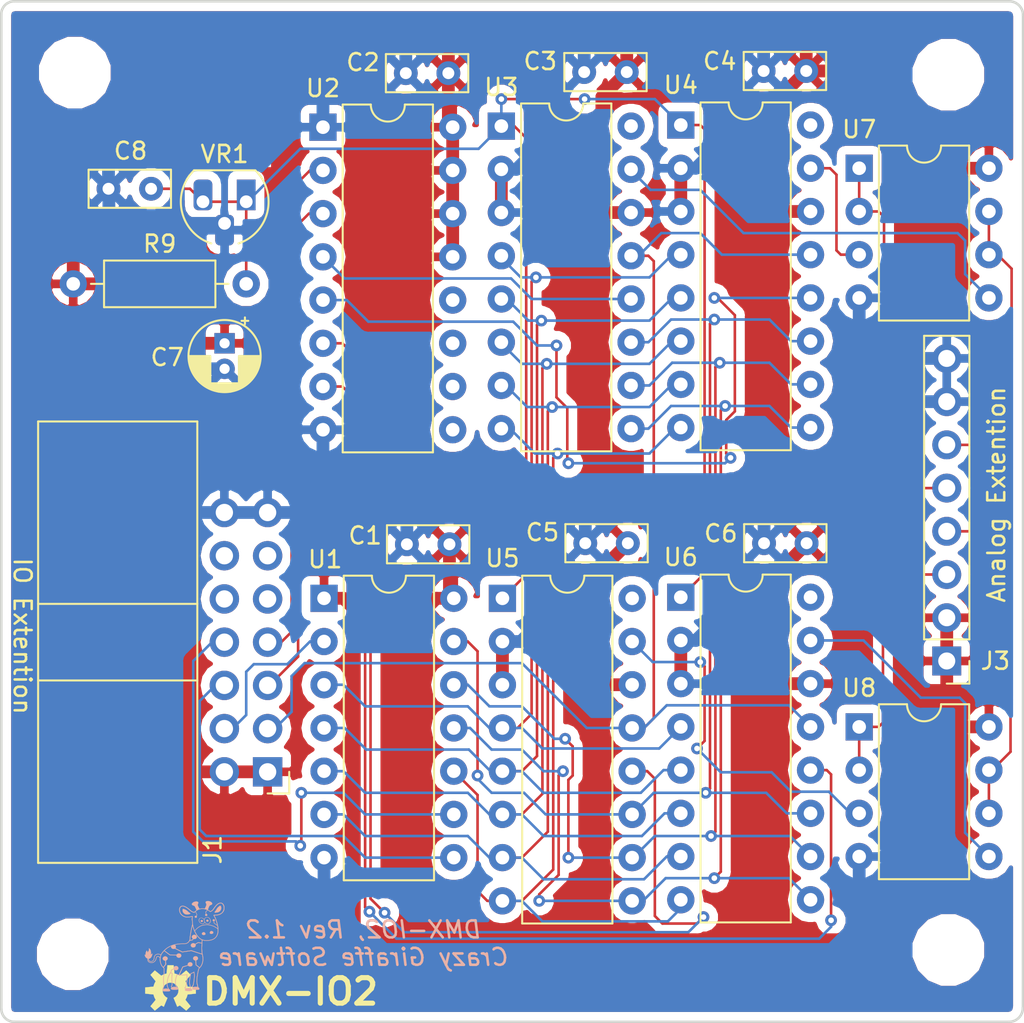
<source format=kicad_pcb>
(kicad_pcb (version 20171130) (host pcbnew "(5.0.0)")
  (title_block (title "DMX Demonstrator - Analog IO Core (DMX-IO2)") (date 2023-07-01) (rev 1.2) (company "Crazy Giraffe Software") (comment 2 "Designed by: SparkyBobo") (comment 3 https://creativecommons.org/licenses/by-sa/4.0/) (comment 4 "Released under the Creative Commons Attribution Share-Alike 4.0m License"))
  (layers (0 F.Cu signal hide) (31 B.Cu signal hide) (34 B.Paste user hide) (35 F.Paste user hide) (36 B.SilkS user) (37 F.SilkS user) (38 B.Mask user hide) (39 F.Mask user hide) (44 Edge.Cuts user))
  (net 0 "")
  (net 1 GND)
  (net 2 +5V)
  (net 3 /A1)
  (net 4 /A0)
  (net 5 /~WR)
  (net 6 /AO1)
  (net 7 /AO0)
  (net 8 /AO3)
  (net 9 /AO2)
  (net 10 "Net-(J1-Pad9)")
  (net 11 "Net-(J1-Pad10)")
  (net 12 "Net-(J1-Pad11)")
  (net 13 "Net-(J1-Pad12)")
  (net 14 /D3)
  (net 15 /D2)
  (net 16 /D1)
  (net 17 /D0)
  (net 18 /D7)
  (net 19 /D6)
  (net 20 /D5)
  (net 21 /D4)
  (net 22 /SR-CLK)
  (net 23 /SR-OUT)
  (net 24 /~SR_CLR)
  (net 25 +2V5)
  (net 26 "Net-(U6-Pad15)")
  (net 27 "Net-(U3-Pad15)")
  (net 28 "Net-(U4-Pad15)")
  (net 29 /~CS3)
  (net 30 "Net-(U6-Pad16)")
  (net 31 /~CS2)
  (net 32 /~CS1)
  (net 33 "Net-(U4-Pad16)")
  (net 34 "Net-(U3-Pad16)")
  (net 35 /~CS0)
  (net 36 "Net-(U2-Pad9)")
  (net 37 "Net-(U2-Pad10)")
  (net 38 "Net-(U2-Pad11)")
  (net 39 "Net-(U2-Pad12)")
  (net 40 "Net-(U5-Pad16)")
  (net 41 "Net-(U5-Pad15)")
  (module Package_DIP:DIP-8_W7.62mm (layer F.Cu) (at 165.7985 80.772)
    (fp_text reference U7 (at 0 -2.286) (layer F.SilkS))
    (fp_text value TLV2772)
    (pad 8 thru_hole oval (at 7.62 0) (size 1.6 1.6) (drill 0.8) (layers *.Cu *.Mask) (net 2 +5V))
    (pad 4 thru_hole oval (at 0 7.62) (size 1.6 1.6) (drill 0.8) (layers *.Cu *.Mask) (net 1 GND))
    (pad 7 thru_hole oval (at 7.62 2.54) (size 1.6 1.6) (drill 0.8) (layers *.Cu *.Mask) (net 7 /AO0))
    (pad 3 thru_hole oval (at 0 5.08) (size 1.6 1.6) (drill 0.8) (layers *.Cu *.Mask) (net 28 "Net-(U4-Pad15)"))
    (pad 6 thru_hole oval (at 7.62 5.08) (size 1.6 1.6) (drill 0.8) (layers *.Cu *.Mask) (net 7 /AO0))
    (pad 2 thru_hole oval (at 0 2.54) (size 1.6 1.6) (drill 0.8) (layers *.Cu *.Mask) (net 6 /AO1))
    (pad 5 thru_hole oval (at 7.62 7.62) (size 1.6 1.6) (drill 0.8) (layers *.Cu *.Mask) (net 27 "Net-(U3-Pad15)"))
    (pad 1 thru_hole rect (at 0 0) (size 1.6 1.6) (drill 0.8) (layers *.Cu *.Mask) (net 6 /AO1))
  )
  (module Connector_PinHeader_2.54mm:PinHeader_1x08_P2.54mm_Vertical (layer F.Cu) (at 170.942 109.728 180)
    (fp_text reference J3 (at -2.8575 0 180) (layer F.SilkS))
    (fp_text value "Analog Extension")
    (pad 1 thru_hole rect (at 0 0 180) (size 1.7 1.7) (drill 1) (layers *.Cu *.Mask) (net 2 +5V))
    (pad 2 thru_hole oval (at 0 2.54 180) (size 1.7 1.7) (drill 1) (layers *.Cu *.Mask) (net 2 +5V))
    (pad 3 thru_hole oval (at 0 5.08 180) (size 1.7 1.7) (drill 1) (layers *.Cu *.Mask) (net 8 /AO3))
    (pad 4 thru_hole oval (at 0 7.62 180) (size 1.7 1.7) (drill 1) (layers *.Cu *.Mask) (net 9 /AO2))
    (pad 5 thru_hole oval (at 0 10.16 180) (size 1.7 1.7) (drill 1) (layers *.Cu *.Mask) (net 6 /AO1))
    (pad 6 thru_hole oval (at 0 12.7 180) (size 1.7 1.7) (drill 1) (layers *.Cu *.Mask) (net 7 /AO0))
    (pad 7 thru_hole oval (at 0 15.24 180) (size 1.7 1.7) (drill 1) (layers *.Cu *.Mask) (net 1 GND))
    (pad 8 thru_hole oval (at 0 17.78 180) (size 1.7 1.7) (drill 1) (layers *.Cu *.Mask) (net 1 GND))
  )
  (module Package_DIP:DIP-8_W7.62mm (layer F.Cu) (at 165.7985 113.6015)
    (fp_text reference U8 (at 0 -2.286) (layer F.SilkS))
    (fp_text value TLV2772)
    (pad 1 thru_hole rect (at 0 0) (size 1.6 1.6) (drill 0.8) (layers *.Cu *.Mask) (net 8 /AO3))
    (pad 5 thru_hole oval (at 7.62 7.62) (size 1.6 1.6) (drill 0.8) (layers *.Cu *.Mask) (net 26 "Net-(U6-Pad15)"))
    (pad 2 thru_hole oval (at 0 2.54) (size 1.6 1.6) (drill 0.8) (layers *.Cu *.Mask) (net 8 /AO3))
    (pad 6 thru_hole oval (at 7.62 5.08) (size 1.6 1.6) (drill 0.8) (layers *.Cu *.Mask) (net 9 /AO2))
    (pad 3 thru_hole oval (at 0 5.08) (size 1.6 1.6) (drill 0.8) (layers *.Cu *.Mask) (net 41 "Net-(U5-Pad15)"))
    (pad 7 thru_hole oval (at 7.62 2.54) (size 1.6 1.6) (drill 0.8) (layers *.Cu *.Mask) (net 9 /AO2))
    (pad 4 thru_hole oval (at 0 7.62) (size 1.6 1.6) (drill 0.8) (layers *.Cu *.Mask) (net 1 GND))
    (pad 8 thru_hole oval (at 7.62 0) (size 1.6 1.6) (drill 0.8) (layers *.Cu *.Mask) (net 2 +5V))
  )
  (module Package_TO_SOT_THT:TO-92L_HandSolder (layer F.Cu) (at 129.794 82.7405 180)
    (fp_text reference VR1 (at 1.27 2.794) (layer F.SilkS))
    (fp_text value TL1431)
    (pad 2 thru_hole roundrect (at 1.27 -1.27 180) (size 1.1 1.8) (drill 0.75 (offset 0 -0.4)) (layers *.Cu *.Mask) (net 1 GND))
    (pad 3 thru_hole roundrect (at 2.54 0 180) (size 1.1 1.8) (drill 0.75 (offset 0 0.4)) (layers *.Cu *.Mask) (net 25 +2V5))
    (pad 1 thru_hole rect (at 0 0 180) (size 1.1 1.8) (drill 0.75 (offset 0 0.4)) (layers *.Cu *.Mask) (net 25 +2V5))
  )
  (module Capacitor_THT:CP_Radial_D4.0mm_P1.50mm (layer F.Cu) (at 128.524 91.059 270)
    (fp_text reference C7 (at 0.8255 3.3655) (layer F.SilkS))
    (fp_text value 10uF)
    (pad 1 thru_hole rect (at 0 0 270) (size 1.2 1.2) (drill 0.6) (layers *.Cu *.Mask) (net 2 +5V))
    (pad 2 thru_hole circle (at 1.5 0 270) (size 1.2 1.2) (drill 0.6) (layers *.Cu *.Mask) (net 1 GND))
  )
  (module Package_DIP:DIP-16_W7.62mm (layer F.Cu) (at 144.8435 106.045)
    (fp_text reference U5 (at 0 -2.3495) (layer F.SilkS))
    (fp_text value TLC7524CN)
    (pad 1 thru_hole rect (at 0 0) (size 1.6 1.6) (drill 0.8) (layers *.Cu *.Mask) (net 25 +2V5))
    (pad 9 thru_hole oval (at 7.62 17.78) (size 1.6 1.6) (drill 0.8) (layers *.Cu *.Mask) (net 20 /D5))
    (pad 2 thru_hole oval (at 0 2.54) (size 1.6 1.6) (drill 0.8) (layers *.Cu *.Mask) (net 1 GND))
    (pad 10 thru_hole oval (at 7.62 15.24) (size 1.6 1.6) (drill 0.8) (layers *.Cu *.Mask) (net 19 /D6))
    (pad 3 thru_hole oval (at 0 5.08) (size 1.6 1.6) (drill 0.8) (layers *.Cu *.Mask) (net 1 GND))
    (pad 11 thru_hole oval (at 7.62 12.7) (size 1.6 1.6) (drill 0.8) (layers *.Cu *.Mask) (net 18 /D7))
    (pad 4 thru_hole oval (at 0 7.62) (size 1.6 1.6) (drill 0.8) (layers *.Cu *.Mask) (net 17 /D0))
    (pad 12 thru_hole oval (at 7.62 10.16) (size 1.6 1.6) (drill 0.8) (layers *.Cu *.Mask) (net 31 /~CS2))
    (pad 5 thru_hole oval (at 0 10.16) (size 1.6 1.6) (drill 0.8) (layers *.Cu *.Mask) (net 16 /D1))
    (pad 13 thru_hole oval (at 7.62 7.62) (size 1.6 1.6) (drill 0.8) (layers *.Cu *.Mask) (net 5 /~WR))
    (pad 6 thru_hole oval (at 0 12.7) (size 1.6 1.6) (drill 0.8) (layers *.Cu *.Mask) (net 15 /D2))
    (pad 14 thru_hole oval (at 7.62 5.08) (size 1.6 1.6) (drill 0.8) (layers *.Cu *.Mask) (net 2 +5V))
    (pad 7 thru_hole oval (at 0 15.24) (size 1.6 1.6) (drill 0.8) (layers *.Cu *.Mask) (net 14 /D3))
    (pad 15 thru_hole oval (at 7.62 2.54) (size 1.6 1.6) (drill 0.8) (layers *.Cu *.Mask) (net 41 "Net-(U5-Pad15)"))
    (pad 8 thru_hole oval (at 0 17.78) (size 1.6 1.6) (drill 0.8) (layers *.Cu *.Mask) (net 21 /D4))
    (pad 16 thru_hole oval (at 7.62 0) (size 1.6 1.6) (drill 0.8) (layers *.Cu *.Mask) (net 40 "Net-(U5-Pad16)"))
  )
  (module Capacitor_THT:C_Rect_L4.6mm_W2.0mm_P2.50mm_MKS02_FKP02 (layer F.Cu) (at 124.206 81.9785 180)
    (fp_text reference C8 (at 1.2065 2.2225 180) (layer F.SilkS))
    (fp_text value 0.1uF)
    (pad 1 thru_hole circle (at 0 0 180) (size 1.4 1.4) (drill 0.7) (layers *.Cu *.Mask) (net 25 +2V5))
    (pad 2 thru_hole circle (at 2.5 0 180) (size 1.4 1.4) (drill 0.7) (layers *.Cu *.Mask) (net 1 GND))
  )
  (module Capacitor_THT:C_Rect_L4.6mm_W2.0mm_P2.50mm_MKS02_FKP02 (layer F.Cu) (at 152.2095 102.8065 180)
    (fp_text reference C5 (at 5.0165 0.635 180) (layer F.SilkS))
    (fp_text value 0.1uF)
    (pad 1 thru_hole circle (at 0 0 180) (size 1.4 1.4) (drill 0.7) (layers *.Cu *.Mask) (net 2 +5V))
    (pad 2 thru_hole circle (at 2.5 0 180) (size 1.4 1.4) (drill 0.7) (layers *.Cu *.Mask) (net 1 GND))
  )
  (module Capacitor_THT:C_Rect_L4.6mm_W2.0mm_P2.50mm_MKS02_FKP02 (layer F.Cu) (at 162.687 75.057 180)
    (fp_text reference C4 (at 5.08 0.5715 180) (layer F.SilkS))
    (fp_text value 0.1uF)
    (pad 2 thru_hole circle (at 2.5 0 180) (size 1.4 1.4) (drill 0.7) (layers *.Cu *.Mask) (net 1 GND))
    (pad 1 thru_hole circle (at 0 0 180) (size 1.4 1.4) (drill 0.7) (layers *.Cu *.Mask) (net 2 +5V))
  )
  (module Package_DIP:DIP-16_W7.62mm (layer F.Cu) (at 134.3025 78.359)
    (fp_text reference U2 (at 0 -2.286) (layer F.SilkS))
    (fp_text value 74LS139)
    (pad 1 thru_hole rect (at 0 0) (size 1.6 1.6) (drill 0.8) (layers *.Cu *.Mask) (net 1 GND))
    (pad 9 thru_hole oval (at 7.62 17.78) (size 1.6 1.6) (drill 0.8) (layers *.Cu *.Mask) (net 36 "Net-(U2-Pad9)"))
    (pad 2 thru_hole oval (at 0 2.54) (size 1.6 1.6) (drill 0.8) (layers *.Cu *.Mask) (net 3 /A1))
    (pad 10 thru_hole oval (at 7.62 15.24) (size 1.6 1.6) (drill 0.8) (layers *.Cu *.Mask) (net 37 "Net-(U2-Pad10)"))
    (pad 3 thru_hole oval (at 0 5.08) (size 1.6 1.6) (drill 0.8) (layers *.Cu *.Mask) (net 4 /A0))
    (pad 11 thru_hole oval (at 7.62 12.7) (size 1.6 1.6) (drill 0.8) (layers *.Cu *.Mask) (net 38 "Net-(U2-Pad11)"))
    (pad 4 thru_hole oval (at 0 7.62) (size 1.6 1.6) (drill 0.8) (layers *.Cu *.Mask) (net 35 /~CS0))
    (pad 12 thru_hole oval (at 7.62 10.16) (size 1.6 1.6) (drill 0.8) (layers *.Cu *.Mask) (net 39 "Net-(U2-Pad12)"))
    (pad 5 thru_hole oval (at 0 10.16) (size 1.6 1.6) (drill 0.8) (layers *.Cu *.Mask) (net 32 /~CS1))
    (pad 13 thru_hole oval (at 7.62 7.62) (size 1.6 1.6) (drill 0.8) (layers *.Cu *.Mask) (net 2 +5V))
    (pad 6 thru_hole oval (at 0 12.7) (size 1.6 1.6) (drill 0.8) (layers *.Cu *.Mask) (net 31 /~CS2))
    (pad 14 thru_hole oval (at 7.62 5.08) (size 1.6 1.6) (drill 0.8) (layers *.Cu *.Mask) (net 2 +5V))
    (pad 7 thru_hole oval (at 0 15.24) (size 1.6 1.6) (drill 0.8) (layers *.Cu *.Mask) (net 29 /~CS3))
    (pad 15 thru_hole oval (at 7.62 2.54) (size 1.6 1.6) (drill 0.8) (layers *.Cu *.Mask) (net 2 +5V))
    (pad 8 thru_hole oval (at 0 17.78) (size 1.6 1.6) (drill 0.8) (layers *.Cu *.Mask) (net 1 GND))
    (pad 16 thru_hole oval (at 7.62 0) (size 1.6 1.6) (drill 0.8) (layers *.Cu *.Mask) (net 2 +5V))
  )
  (module Package_DIP:DIP-16_W7.62mm (layer F.Cu) (at 144.78 78.2955)
    (fp_text reference U3 (at 0 -2.286) (layer F.SilkS))
    (fp_text value TLC7524CN)
    (pad 16 thru_hole oval (at 7.62 0) (size 1.6 1.6) (drill 0.8) (layers *.Cu *.Mask) (net 34 "Net-(U3-Pad16)"))
    (pad 8 thru_hole oval (at 0 17.78) (size 1.6 1.6) (drill 0.8) (layers *.Cu *.Mask) (net 21 /D4))
    (pad 15 thru_hole oval (at 7.62 2.54) (size 1.6 1.6) (drill 0.8) (layers *.Cu *.Mask) (net 27 "Net-(U3-Pad15)"))
    (pad 7 thru_hole oval (at 0 15.24) (size 1.6 1.6) (drill 0.8) (layers *.Cu *.Mask) (net 14 /D3))
    (pad 14 thru_hole oval (at 7.62 5.08) (size 1.6 1.6) (drill 0.8) (layers *.Cu *.Mask) (net 2 +5V))
    (pad 6 thru_hole oval (at 0 12.7) (size 1.6 1.6) (drill 0.8) (layers *.Cu *.Mask) (net 15 /D2))
    (pad 13 thru_hole oval (at 7.62 7.62) (size 1.6 1.6) (drill 0.8) (layers *.Cu *.Mask) (net 5 /~WR))
    (pad 5 thru_hole oval (at 0 10.16) (size 1.6 1.6) (drill 0.8) (layers *.Cu *.Mask) (net 16 /D1))
    (pad 12 thru_hole oval (at 7.62 10.16) (size 1.6 1.6) (drill 0.8) (layers *.Cu *.Mask) (net 35 /~CS0))
    (pad 4 thru_hole oval (at 0 7.62) (size 1.6 1.6) (drill 0.8) (layers *.Cu *.Mask) (net 17 /D0))
    (pad 11 thru_hole oval (at 7.62 12.7) (size 1.6 1.6) (drill 0.8) (layers *.Cu *.Mask) (net 18 /D7))
    (pad 3 thru_hole oval (at 0 5.08) (size 1.6 1.6) (drill 0.8) (layers *.Cu *.Mask) (net 1 GND))
    (pad 10 thru_hole oval (at 7.62 15.24) (size 1.6 1.6) (drill 0.8) (layers *.Cu *.Mask) (net 19 /D6))
    (pad 2 thru_hole oval (at 0 2.54) (size 1.6 1.6) (drill 0.8) (layers *.Cu *.Mask) (net 1 GND))
    (pad 9 thru_hole oval (at 7.62 17.78) (size 1.6 1.6) (drill 0.8) (layers *.Cu *.Mask) (net 20 /D5))
    (pad 1 thru_hole rect (at 0 0) (size 1.6 1.6) (drill 0.8) (layers *.Cu *.Mask) (net 25 +2V5))
  )
  (module Package_DIP:DIP-16_W7.62mm (layer F.Cu) (at 155.321 78.232)
    (fp_text reference U4 (at 0 -2.3495) (layer F.SilkS))
    (fp_text value TLC7524CN)
    (pad 1 thru_hole rect (at 0 0) (size 1.6 1.6) (drill 0.8) (layers *.Cu *.Mask) (net 25 +2V5))
    (pad 9 thru_hole oval (at 7.62 17.78) (size 1.6 1.6) (drill 0.8) (layers *.Cu *.Mask) (net 20 /D5))
    (pad 2 thru_hole oval (at 0 2.54) (size 1.6 1.6) (drill 0.8) (layers *.Cu *.Mask) (net 1 GND))
    (pad 10 thru_hole oval (at 7.62 15.24) (size 1.6 1.6) (drill 0.8) (layers *.Cu *.Mask) (net 19 /D6))
    (pad 3 thru_hole oval (at 0 5.08) (size 1.6 1.6) (drill 0.8) (layers *.Cu *.Mask) (net 1 GND))
    (pad 11 thru_hole oval (at 7.62 12.7) (size 1.6 1.6) (drill 0.8) (layers *.Cu *.Mask) (net 18 /D7))
    (pad 4 thru_hole oval (at 0 7.62) (size 1.6 1.6) (drill 0.8) (layers *.Cu *.Mask) (net 17 /D0))
    (pad 12 thru_hole oval (at 7.62 10.16) (size 1.6 1.6) (drill 0.8) (layers *.Cu *.Mask) (net 32 /~CS1))
    (pad 5 thru_hole oval (at 0 10.16) (size 1.6 1.6) (drill 0.8) (layers *.Cu *.Mask) (net 16 /D1))
    (pad 13 thru_hole oval (at 7.62 7.62) (size 1.6 1.6) (drill 0.8) (layers *.Cu *.Mask) (net 5 /~WR))
    (pad 6 thru_hole oval (at 0 12.7) (size 1.6 1.6) (drill 0.8) (layers *.Cu *.Mask) (net 15 /D2))
    (pad 14 thru_hole oval (at 7.62 5.08) (size 1.6 1.6) (drill 0.8) (layers *.Cu *.Mask) (net 2 +5V))
    (pad 7 thru_hole oval (at 0 15.24) (size 1.6 1.6) (drill 0.8) (layers *.Cu *.Mask) (net 14 /D3))
    (pad 15 thru_hole oval (at 7.62 2.54) (size 1.6 1.6) (drill 0.8) (layers *.Cu *.Mask) (net 28 "Net-(U4-Pad15)"))
    (pad 8 thru_hole oval (at 0 17.78) (size 1.6 1.6) (drill 0.8) (layers *.Cu *.Mask) (net 21 /D4))
    (pad 16 thru_hole oval (at 7.62 0) (size 1.6 1.6) (drill 0.8) (layers *.Cu *.Mask) (net 33 "Net-(U4-Pad16)"))
  )
  (module Package_DIP:DIP-16_W7.62mm (layer F.Cu) (at 155.321 105.9815)
    (fp_text reference U6 (at 0 -2.3495) (layer F.SilkS))
    (fp_text value TLC7524CN)
    (pad 16 thru_hole oval (at 7.62 0) (size 1.6 1.6) (drill 0.8) (layers *.Cu *.Mask) (net 30 "Net-(U6-Pad16)"))
    (pad 8 thru_hole oval (at 0 17.78) (size 1.6 1.6) (drill 0.8) (layers *.Cu *.Mask) (net 21 /D4))
    (pad 15 thru_hole oval (at 7.62 2.54) (size 1.6 1.6) (drill 0.8) (layers *.Cu *.Mask) (net 26 "Net-(U6-Pad15)"))
    (pad 7 thru_hole oval (at 0 15.24) (size 1.6 1.6) (drill 0.8) (layers *.Cu *.Mask) (net 14 /D3))
    (pad 14 thru_hole oval (at 7.62 5.08) (size 1.6 1.6) (drill 0.8) (layers *.Cu *.Mask) (net 2 +5V))
    (pad 6 thru_hole oval (at 0 12.7) (size 1.6 1.6) (drill 0.8) (layers *.Cu *.Mask) (net 15 /D2))
    (pad 13 thru_hole oval (at 7.62 7.62) (size 1.6 1.6) (drill 0.8) (layers *.Cu *.Mask) (net 5 /~WR))
    (pad 5 thru_hole oval (at 0 10.16) (size 1.6 1.6) (drill 0.8) (layers *.Cu *.Mask) (net 16 /D1))
    (pad 12 thru_hole oval (at 7.62 10.16) (size 1.6 1.6) (drill 0.8) (layers *.Cu *.Mask) (net 29 /~CS3))
    (pad 4 thru_hole oval (at 0 7.62) (size 1.6 1.6) (drill 0.8) (layers *.Cu *.Mask) (net 17 /D0))
    (pad 11 thru_hole oval (at 7.62 12.7) (size 1.6 1.6) (drill 0.8) (layers *.Cu *.Mask) (net 18 /D7))
    (pad 3 thru_hole oval (at 0 5.08) (size 1.6 1.6) (drill 0.8) (layers *.Cu *.Mask) (net 1 GND))
    (pad 10 thru_hole oval (at 7.62 15.24) (size 1.6 1.6) (drill 0.8) (layers *.Cu *.Mask) (net 19 /D6))
    (pad 2 thru_hole oval (at 0 2.54) (size 1.6 1.6) (drill 0.8) (layers *.Cu *.Mask) (net 1 GND))
    (pad 9 thru_hole oval (at 7.62 17.78) (size 1.6 1.6) (drill 0.8) (layers *.Cu *.Mask) (net 20 /D5))
    (pad 1 thru_hole rect (at 0 0) (size 1.6 1.6) (drill 0.8) (layers *.Cu *.Mask) (net 25 +2V5))
  )
  (module Capacitor_THT:C_Rect_L4.6mm_W2.0mm_P2.50mm_MKS02_FKP02 (layer F.Cu) (at 152.146 75.1205 180)
    (fp_text reference C3 (at 5.08 0.635) (layer F.SilkS))
    (fp_text value 0.1uF)
    (pad 1 thru_hole circle (at 0 0 180) (size 1.4 1.4) (drill 0.7) (layers *.Cu *.Mask) (net 2 +5V))
    (pad 2 thru_hole circle (at 2.5 0 180) (size 1.4 1.4) (drill 0.7) (layers *.Cu *.Mask) (net 1 GND))
  )
  (module Capacitor_THT:C_Rect_L4.6mm_W2.0mm_P2.50mm_MKS02_FKP02 (layer F.Cu) (at 162.7105 102.8065 180)
    (fp_text reference C6 (at 5.04 0.5715 180) (layer F.SilkS))
    (fp_text value 0.1uF)
    (pad 2 thru_hole circle (at 2.5 0 180) (size 1.4 1.4) (drill 0.7) (layers *.Cu *.Mask) (net 1 GND))
    (pad 1 thru_hole circle (at 0 0 180) (size 1.4 1.4) (drill 0.7) (layers *.Cu *.Mask) (net 2 +5V))
  )
  (module Capacitor_THT:C_Rect_L4.6mm_W2.0mm_P2.50mm_MKS02_FKP02 (layer F.Cu) (at 141.6685 75.184 180)
    (fp_text reference C2 (at 5.0165 0.635 180) (layer F.SilkS))
    (fp_text value 0.1uF)
    (pad 2 thru_hole circle (at 2.5 0 180) (size 1.4 1.4) (drill 0.7) (layers *.Cu *.Mask) (net 1 GND))
    (pad 1 thru_hole circle (at 0 0 180) (size 1.4 1.4) (drill 0.7) (layers *.Cu *.Mask) (net 2 +5V))
  )
  (module Capacitor_THT:C_Rect_L4.6mm_W2.0mm_P2.50mm_MKS02_FKP02 (layer F.Cu) (at 141.732 102.87 180)
    (fp_text reference C1 (at 4.953 0.508 180) (layer F.SilkS))
    (fp_text value 0.1uF)
    (pad 1 thru_hole circle (at 0 0 180) (size 1.4 1.4) (drill 0.7) (layers *.Cu *.Mask) (net 2 +5V))
    (pad 2 thru_hole circle (at 2.5 0 180) (size 1.4 1.4) (drill 0.7) (layers *.Cu *.Mask) (net 1 GND))
  )
  (module Resistor_THT:R_Axial_DIN0207_L6.3mm_D2.5mm_P10.16mm_Horizontal (layer F.Cu) (at 129.794 87.5665 180)
    (fp_text reference R9 (at 5.08 2.3495 180) (layer F.SilkS))
    (fp_text value 1.6k)
    (pad 1 thru_hole circle (at 0 0 180) (size 1.6 1.6) (drill 0.8) (layers *.Cu *.Mask) (net 25 +2V5))
    (pad 2 thru_hole oval (at 10.16 0 180) (size 1.6 1.6) (drill 0.8) (layers *.Cu *.Mask) (net 2 +5V))
  )
  (module Package_DIP:DIP-14_W7.62mm (layer F.Cu) (at 134.366 106.045)
    (fp_text reference U1 (at 0.0635 -2.286) (layer F.SilkS))
    (fp_text value 74LS164)
    (pad 1 thru_hole rect (at 0 0) (size 1.6 1.6) (drill 0.8) (layers *.Cu *.Mask) (net 2 +5V))
    (pad 8 thru_hole oval (at 7.62 15.24) (size 1.6 1.6) (drill 0.8) (layers *.Cu *.Mask) (net 22 /SR-CLK))
    (pad 2 thru_hole oval (at 0 2.54) (size 1.6 1.6) (drill 0.8) (layers *.Cu *.Mask) (net 23 /SR-OUT))
    (pad 9 thru_hole oval (at 7.62 12.7) (size 1.6 1.6) (drill 0.8) (layers *.Cu *.Mask) (net 24 /~SR_CLR))
    (pad 3 thru_hole oval (at 0 5.08) (size 1.6 1.6) (drill 0.8) (layers *.Cu *.Mask) (net 17 /D0))
    (pad 10 thru_hole oval (at 7.62 10.16) (size 1.6 1.6) (drill 0.8) (layers *.Cu *.Mask) (net 21 /D4))
    (pad 4 thru_hole oval (at 0 7.62) (size 1.6 1.6) (drill 0.8) (layers *.Cu *.Mask) (net 16 /D1))
    (pad 11 thru_hole oval (at 7.62 7.62) (size 1.6 1.6) (drill 0.8) (layers *.Cu *.Mask) (net 20 /D5))
    (pad 5 thru_hole oval (at 0 10.16) (size 1.6 1.6) (drill 0.8) (layers *.Cu *.Mask) (net 15 /D2))
    (pad 12 thru_hole oval (at 7.62 5.08) (size 1.6 1.6) (drill 0.8) (layers *.Cu *.Mask) (net 19 /D6))
    (pad 6 thru_hole oval (at 0 12.7) (size 1.6 1.6) (drill 0.8) (layers *.Cu *.Mask) (net 14 /D3))
    (pad 13 thru_hole oval (at 7.62 2.54) (size 1.6 1.6) (drill 0.8) (layers *.Cu *.Mask) (net 18 /D7))
    (pad 7 thru_hole oval (at 0 15.24) (size 1.6 1.6) (drill 0.8) (layers *.Cu *.Mask) (net 1 GND))
    (pad 14 thru_hole oval (at 7.62 0) (size 1.6 1.6) (drill 0.8) (layers *.Cu *.Mask) (net 2 +5V))
  )
  (module MountingHole:MountingHole_3.2mm_M3 (layer F.Cu) (at 171.0385 75.278)
    (fp_text reference MH2 hide)
    (fp_text value MountingHole)
    (pad 1 np_thru_hole circle (at 0 0) (size 3.2 3.2) (drill 3.2) (layers *.Cu *.Mask))
  )
  (module MountingHole:MountingHole_3.2mm_M3 (layer F.Cu) (at 119.6035 126.967)
    (fp_text reference MH3 hide)
    (fp_text value MountingHole)
    (pad 1 np_thru_hole circle (at 0 0) (size 3.2 3.2) (drill 3.2) (layers *.Cu *.Mask))
  )
  (module MountingHole:MountingHole_3.2mm_M3 (layer F.Cu) (at 171.0385 126.713)
    (fp_text reference MH4 hide)
    (fp_text value MountingHole)
    (pad 1 np_thru_hole circle (at 0 0) (size 3.2 3.2) (drill 3.2) (layers *.Cu *.Mask))
  )
  (module MountingHole:MountingHole_3.2mm_M3 (layer F.Cu) (at 119.7305 75.151)
    (fp_text reference MH1 hide)
    (fp_text value MountingHole)
    (pad 1 np_thru_hole circle (at 0 0) (size 3.2 3.2) (drill 3.2) (layers *.Cu *.Mask))
  )
  (module Connector_IDC:IDC-Header_2x07_P2.54mm_Horizontal (layer F.Cu) (at 131.0513 116.2431 180)
    (fp_text reference J1 (at 3.2258 -4.572 90) (layer F.SilkS))
    (fp_text value "IO Extension")
    (pad 1 thru_hole rect (at 0 0 180) (size 1.7272 1.7272) (drill 1.016) (layers *.Cu *.Mask) (net 2 +5V))
    (pad 2 thru_hole oval (at 2.54 0 180) (size 1.7272 1.7272) (drill 1.016) (layers *.Cu *.Mask) (net 2 +5V))
    (pad 3 thru_hole oval (at 0 2.54 180) (size 1.7272 1.7272) (drill 1.016) (layers *.Cu *.Mask) (net 5 /~WR))
    (pad 4 thru_hole oval (at 2.54 2.54 180) (size 1.7272 1.7272) (drill 1.016) (layers *.Cu *.Mask) (net 23 /SR-OUT))
    (pad 5 thru_hole oval (at 0 5.08 180) (size 1.7272 1.7272) (drill 1.016) (layers *.Cu *.Mask) (net 4 /A0))
    (pad 6 thru_hole oval (at 2.54 5.08 180) (size 1.7272 1.7272) (drill 1.016) (layers *.Cu *.Mask) (net 22 /SR-CLK))
    (pad 7 thru_hole oval (at 0 7.62 180) (size 1.7272 1.7272) (drill 1.016) (layers *.Cu *.Mask) (net 3 /A1))
    (pad 8 thru_hole oval (at 2.54 7.62 180) (size 1.7272 1.7272) (drill 1.016) (layers *.Cu *.Mask) (net 24 /~SR_CLR))
    (pad 9 thru_hole oval (at 0 10.16 180) (size 1.7272 1.7272) (drill 1.016) (layers *.Cu *.Mask) (net 10 "Net-(J1-Pad9)"))
    (pad 10 thru_hole oval (at 2.54 10.16 180) (size 1.7272 1.7272) (drill 1.016) (layers *.Cu *.Mask) (net 11 "Net-(J1-Pad10)"))
    (pad 11 thru_hole oval (at 0 12.7 180) (size 1.7272 1.7272) (drill 1.016) (layers *.Cu *.Mask) (net 12 "Net-(J1-Pad11)"))
    (pad 12 thru_hole oval (at 2.54 12.7 180) (size 1.7272 1.7272) (drill 1.016) (layers *.Cu *.Mask) (net 13 "Net-(J1-Pad12)"))
    (pad 13 thru_hole oval (at 0 15.24 180) (size 1.7272 1.7272) (drill 1.016) (layers *.Cu *.Mask) (net 1 GND))
    (pad 14 thru_hole oval (at 2.54 15.24 180) (size 1.7272 1.7272) (drill 1.016) (layers *.Cu *.Mask) (net 1 GND))
  )
  (module footprints:OSHW-LOGO-S (layer F.Cu) (at 125.349 129.0955)
    (fp_text reference "" (at 0 0) (layer F.SilkS) (effects (font (size 1.524 1.524))))
    (fp_text value "" (at 0 0) (layer F.SilkS) (effects (font (size 1.524 1.524))))
  )
  (module footprints:logo_cr_5x5 (layer B.Cu) (at 126.1745 126.492 180)
    (fp_text reference G*** hide)
    (fp_text value LOGO hide)
  )
  (gr_line (start 116.1694 70.96) (end 174.5894 70.96) (layer Edge.Cuts) (width 0.15))
  (gr_line (start 175.4252 71.778) (end 175.42 130.1115) (layer Edge.Cuts) (width 0.15))
  (gr_arc (start 174.5945 130.119) (end 174.5945 130.937) (angle -90) (layer Edge.Cuts) (width 0.15))
  (gr_arc (start 174.6072 71.778) (end 175.4252 71.778) (angle -90) (layer Edge.Cuts) (width 0.15))
  (gr_arc (start 116.1694 71.722) (end 116.1694 70.96) (angle -90) (layer Edge.Cuts) (width 0.15))
  (gr_arc (start 116.1745 130.175) (end 115.4125 130.175) (angle -90) (layer Edge.Cuts) (width 0.15))
  (gr_text "IO Extention" (at 116.6495 108.2675 270) (layer F.SilkS) (effects (font (size 1 1))))
  (gr_line (start 116.1745 130.937) (end 174.5615 130.937) (layer Edge.Cuts) (width 0.15))
  (gr_line (start 115.4074 130.198) (end 115.4074 71.722) (layer Edge.Cuts) (width 0.15))
  (gr_text "DMX-IO2, Rev 1.2\nCrazy Giraffe Software\n\n" (at 136.7155 127.127) (layer B.SilkS) (effects (font (size 1 1) (thickness 0.15) italic) (justify mirror)))
  (gr_text DMX-IO2 (at 132.3975 129.159) (layer F.SilkS) (effects (font (size 1.5 1.5) (thickness 0.3))))
  (gr_text "Analog Extention" (at 173.863 99.949 90) (layer F.SilkS) (effects (font (size 1 1))))
  (segment (start 160.2105 101.0285) (end 160.2105 102.8065) (width 0.75) (layer B.Cu) (net 1))
  (segment (start 160.1851 101.0031) (end 160.2105 101.0285) (width 0.75) (layer B.Cu) (net 1))
  (segment (start 149.7095 101.0266) (end 149.733 101.0031) (width 0.75) (layer B.Cu) (net 1))
  (segment (start 149.7095 102.8065) (end 149.7095 101.0266) (width 0.75) (layer B.Cu) (net 1))
  (segment (start 139.232 101.0266) (end 139.2555 101.0031) (width 0.75) (layer B.Cu) (net 1))
  (segment (start 139.232 102.87) (end 139.232 101.0266) (width 0.75) (layer B.Cu) (net 1))
  (segment (start 134.3025 96.139) (end 134.3025 101.0031) (width 0.75) (layer B.Cu) (net 1))
  (segment (start 128.5113 101.0031) (end 134.3025 101.0031) (width 0.75) (layer B.Cu) (net 1))
  (segment (start 134.3025 101.0031) (end 139.2555 101.0031) (width 0.75) (layer B.Cu) (net 1))
  (segment (start 128.5113 101.0031) (end 125.5649 101.0031) (width 0.75) (layer B.Cu) (net 1))
  (segment (start 125.5649 101.0031) (end 125.5395 100.9777) (width 0.75) (layer B.Cu) (net 1))
  (segment (start 125.5395 84.0105) (end 128.524 84.0105) (width 0.75) (layer B.Cu) (net 1))
  (segment (start 125.5395 84.0105) (end 121.7295 84.0105) (width 0.75) (layer B.Cu) (net 1))
  (segment (start 121.7295 82.002) (end 121.706 81.9785) (width 0.75) (layer B.Cu) (net 1))
  (segment (start 121.7295 84.0105) (end 121.7295 82.002) (width 0.75) (layer B.Cu) (net 1))
  (segment (start 125.5635 92.559) (end 125.5395 92.583) (width 0.75) (layer B.Cu) (net 1))
  (segment (start 128.524 92.559) (end 125.5635 92.559) (width 0.75) (layer B.Cu) (net 1))
  (segment (start 125.5395 100.9777) (end 125.5395 92.583) (width 0.75) (layer B.Cu) (net 1))
  (segment (start 125.5395 92.583) (end 125.5395 84.0105) (width 0.75) (layer B.Cu) (net 1))
  (segment (start 121.706 81.9785) (end 121.706 79.208) (width 0.75) (layer B.Cu) (net 1))
  (segment (start 121.706 79.208) (end 127.3175 73.5965) (width 0.75) (layer B.Cu) (net 1))
  (segment (start 160.187 73.62) (end 160.2105 73.5965) (width 0.75) (layer B.Cu) (net 1))
  (segment (start 160.187 75.057) (end 160.187 73.62) (width 0.75) (layer B.Cu) (net 1))
  (segment (start 149.646 73.6365) (end 149.606 73.5965) (width 0.75) (layer B.Cu) (net 1))
  (segment (start 149.646 75.1205) (end 149.646 73.6365) (width 0.75) (layer B.Cu) (net 1))
  (segment (start 139.1685 73.62) (end 139.192 73.5965) (width 0.75) (layer B.Cu) (net 1))
  (segment (start 139.1685 75.184) (end 139.1685 73.62) (width 0.75) (layer B.Cu) (net 1))
  (segment (start 134.3025 78.359) (end 134.3025 73.5965) (width 0.75) (layer B.Cu) (net 1))
  (segment (start 127.3175 73.5965) (end 134.3025 73.5965) (width 0.75) (layer B.Cu) (net 1))
  (segment (start 134.3025 73.5965) (end 139.192 73.5965) (width 0.75) (layer B.Cu) (net 1))
  (segment (start 144.78 83.3755) (end 144.78 80.8355) (width 0.75) (layer F.Cu) (net 1))
  (segment (start 155.321 83.312) (end 155.321 80.772) (width 0.75) (layer F.Cu) (net 1))
  (segment (start 160.2105 101.0285) (end 165.6715 101.0285) (width 0.75) (layer B.Cu) (net 1))
  (segment (start 165.6715 101.0285) (end 165.7985 100.9015) (width 0.75) (layer B.Cu) (net 1))
  (segment (start 170.942 91.948) (end 165.7985 91.948) (width 0.75) (layer B.Cu) (net 1))
  (segment (start 165.7985 91.948) (end 165.7985 88.392) (width 0.75) (layer B.Cu) (net 1))
  (segment (start 170.942 94.488) (end 165.7985 94.488) (width 0.75) (layer B.Cu) (net 1))
  (segment (start 165.7985 100.9015) (end 165.7985 94.488) (width 0.75) (layer B.Cu) (net 1))
  (segment (start 165.7985 94.488) (end 165.7985 91.948) (width 0.75) (layer B.Cu) (net 1))
  (segment (start 144.8435 108.585) (end 144.8435 111.125) (width 0.75) (layer F.Cu) (net 1))
  (segment (start 155.321 108.5215) (end 155.321 111.0615) (width 0.75) (layer F.Cu) (net 1))
  (segment (start 134.366 121.285) (end 134.366 125.857) (width 0.75) (layer B.Cu) (net 1))
  (segment (start 139.192 73.5965) (end 146.6215 73.5965) (width 0.75) (layer B.Cu) (net 1))
  (segment (start 146.6215 73.5965) (end 149.606 73.5965) (width 0.75) (layer B.Cu) (net 1))
  (segment (start 149.606 73.5965) (end 157.099 73.5965) (width 0.75) (layer B.Cu) (net 1))
  (segment (start 157.099 73.5965) (end 160.2105 73.5965) (width 0.75) (layer B.Cu) (net 1))
  (segment (start 146.4945 73.7235) (end 146.6215 73.5965) (width 0.75) (layer B.Cu) (net 1))
  (segment (start 146.4945 80.01) (end 146.4945 73.7235) (width 0.75) (layer B.Cu) (net 1))
  (segment (start 144.78 80.8355) (end 145.669 80.8355) (width 0.75) (layer B.Cu) (net 1))
  (segment (start 145.669 80.8355) (end 146.4945 80.01) (width 0.75) (layer B.Cu) (net 1))
  (segment (start 157.0355 73.66) (end 157.099 73.5965) (width 0.75) (layer B.Cu) (net 1))
  (segment (start 157.0355 79.9465) (end 157.0355 73.66) (width 0.75) (layer B.Cu) (net 1))
  (segment (start 155.321 80.772) (end 156.21 80.772) (width 0.75) (layer B.Cu) (net 1))
  (segment (start 156.21 80.772) (end 157.0355 79.9465) (width 0.75) (layer B.Cu) (net 1))
  (segment (start 155.321 108.5215) (end 156.21 108.5215) (width 0.75) (layer B.Cu) (net 1))
  (segment (start 156.972 107.7595) (end 156.972 101.0031) (width 0.75) (layer B.Cu) (net 1))
  (segment (start 156.21 108.5215) (end 156.972 107.7595) (width 0.75) (layer B.Cu) (net 1))
  (segment (start 149.733 101.0031) (end 156.972 101.0031) (width 0.75) (layer B.Cu) (net 1))
  (segment (start 156.972 101.0031) (end 160.1851 101.0031) (width 0.75) (layer B.Cu) (net 1))
  (segment (start 139.2555 101.0031) (end 146.6215 101.0031) (width 0.75) (layer B.Cu) (net 1))
  (segment (start 146.6215 101.0031) (end 149.733 101.0031) (width 0.75) (layer B.Cu) (net 1))
  (segment (start 146.4945 101.1301) (end 146.6215 101.0031) (width 0.75) (layer B.Cu) (net 1))
  (segment (start 146.4945 108.0135) (end 146.4945 101.1301) (width 0.75) (layer B.Cu) (net 1))
  (segment (start 144.8435 108.585) (end 145.923 108.585) (width 0.75) (layer B.Cu) (net 1))
  (segment (start 145.923 108.585) (end 146.4945 108.0135) (width 0.75) (layer B.Cu) (net 1))
  (segment (start 165.7985 125.4125) (end 165.7985 121.2215) (width 0.75) (layer B.Cu) (net 1))
  (segment (start 164.5285 126.6825) (end 165.7985 125.4125) (width 0.75) (layer B.Cu) (net 1))
  (segment (start 125.5395 100.9777) (end 125.5395 126.6825) (width 0.75) (layer B.Cu) (net 1))
  (segment (start 134.366 125.857) (end 134.366 126.6825) (width 0.75) (layer B.Cu) (net 1))
  (segment (start 125.5395 126.6825) (end 134.366 126.6825) (width 0.75) (layer B.Cu) (net 1))
  (segment (start 134.366 126.6825) (end 164.5285 126.6825) (width 0.75) (layer B.Cu) (net 1))
  (segment (start 131.0513 116.2431) (end 128.5113 116.2431) (width 0.75) (layer F.Cu) (net 2))
  (segment (start 128.5113 116.2431) (end 125.3109 116.2431) (width 0.75) (layer F.Cu) (net 2))
  (segment (start 125.3109 116.2431) (end 125.349 116.205) (width 0.75) (layer F.Cu) (net 2))
  (segment (start 125.349 87.5665) (end 119.634 87.5665) (width 0.75) (layer F.Cu) (net 2))
  (segment (start 128.524 91.059) (end 125.349 91.059) (width 0.75) (layer F.Cu) (net 2))
  (segment (start 125.349 116.205) (end 125.349 91.059) (width 0.75) (layer F.Cu) (net 2))
  (segment (start 125.349 91.059) (end 125.349 87.5665) (width 0.75) (layer F.Cu) (net 2))
  (segment (start 125.349 116.205) (end 125.349 126.111) (width 0.75) (layer F.Cu) (net 2))
  (segment (start 162.7105 102.8065) (end 162.7105 102.8465) (width 0.75) (layer F.Cu) (net 2))
  (segment (start 162.7105 102.8465) (end 161.2265 104.3305) (width 0.75) (layer F.Cu) (net 2))
  (segment (start 161.2265 126.0475) (end 161.29 126.111) (width 0.75) (layer F.Cu) (net 2))
  (segment (start 161.29 111.0615) (end 161.2265 111.125) (width 0.75) (layer F.Cu) (net 2))
  (segment (start 162.941 111.0615) (end 161.29 111.0615) (width 0.75) (layer F.Cu) (net 2))
  (segment (start 161.2265 104.3305) (end 161.2265 111.125) (width 0.75) (layer F.Cu) (net 2))
  (segment (start 161.2265 111.125) (end 161.2265 126.0475) (width 0.75) (layer F.Cu) (net 2))
  (segment (start 150.8125 126.111) (end 161.29 126.111) (width 0.75) (layer F.Cu) (net 2))
  (segment (start 150.749 126.0475) (end 150.8125 126.111) (width 0.75) (layer F.Cu) (net 2))
  (segment (start 152.2095 102.8065) (end 150.749 104.267) (width 0.75) (layer F.Cu) (net 2))
  (segment (start 152.4635 111.125) (end 150.749 111.125) (width 0.75) (layer F.Cu) (net 2))
  (segment (start 150.749 104.267) (end 150.749 111.125) (width 0.75) (layer F.Cu) (net 2))
  (segment (start 150.749 111.125) (end 150.749 126.0475) (width 0.75) (layer F.Cu) (net 2))
  (segment (start 141.732 105.791) (end 141.986 106.045) (width 0.75) (layer F.Cu) (net 2))
  (segment (start 141.732 102.87) (end 141.732 105.791) (width 0.75) (layer F.Cu) (net 2))
  (segment (start 134.366 106.045) (end 135.509 106.045) (width 0.75) (layer F.Cu) (net 2))
  (segment (start 136.144 106.68) (end 136.144 126.111) (width 0.75) (layer F.Cu) (net 2))
  (segment (start 135.509 106.045) (end 136.144 106.68) (width 0.75) (layer F.Cu) (net 2))
  (segment (start 125.349 126.111) (end 136.144 126.111) (width 0.75) (layer F.Cu) (net 2))
  (segment (start 141.986 106.045) (end 140.97 106.045) (width 0.75) (layer F.Cu) (net 2))
  (segment (start 140.2715 106.7435) (end 140.2715 126.111) (width 0.75) (layer F.Cu) (net 2))
  (segment (start 140.97 106.045) (end 140.2715 106.7435) (width 0.75) (layer F.Cu) (net 2))
  (segment (start 140.2715 126.111) (end 150.8125 126.111) (width 0.75) (layer F.Cu) (net 2))
  (segment (start 141.6685 78.105) (end 141.9225 78.359) (width 0.75) (layer F.Cu) (net 2))
  (segment (start 141.6685 75.184) (end 141.6685 78.105) (width 0.75) (layer F.Cu) (net 2))
  (segment (start 141.9225 78.359) (end 141.9225 80.899) (width 0.75) (layer F.Cu) (net 2))
  (segment (start 141.9225 80.899) (end 141.9225 83.439) (width 0.75) (layer F.Cu) (net 2))
  (segment (start 141.9225 83.439) (end 141.9225 85.979) (width 0.75) (layer F.Cu) (net 2))
  (segment (start 150.6855 83.3755) (end 152.4 83.3755) (width 0.75) (layer F.Cu) (net 2))
  (segment (start 152.146 75.1205) (end 150.6855 76.581) (width 0.75) (layer F.Cu) (net 2))
  (segment (start 150.6855 76.581) (end 150.6855 83.3755) (width 0.75) (layer F.Cu) (net 2))
  (segment (start 161.2265 83.312) (end 162.941 83.312) (width 0.75) (layer F.Cu) (net 2))
  (segment (start 162.687 75.057) (end 161.2265 76.5175) (width 0.75) (layer F.Cu) (net 2))
  (segment (start 161.2265 76.5175) (end 161.2265 83.312) (width 0.75) (layer F.Cu) (net 2))
  (segment (start 119.634 87.5665) (end 119.634 80.8355) (width 0.75) (layer F.Cu) (net 2))
  (segment (start 119.634 80.8355) (end 127.0635 73.406) (width 0.75) (layer F.Cu) (net 2))
  (segment (start 141.6685 73.4695) (end 141.732 73.406) (width 0.75) (layer F.Cu) (net 2))
  (segment (start 141.6685 75.184) (end 141.6685 73.4695) (width 0.75) (layer F.Cu) (net 2))
  (segment (start 127.0635 73.406) (end 141.732 73.406) (width 0.75) (layer F.Cu) (net 2))
  (segment (start 152.146 75.1205) (end 152.146 73.406) (width 0.75) (layer F.Cu) (net 2))
  (segment (start 141.732 73.406) (end 152.146 73.406) (width 0.75) (layer F.Cu) (net 2))
  (segment (start 162.687 75.057) (end 162.687 73.406) (width 0.75) (layer F.Cu) (net 2))
  (segment (start 152.146 73.406) (end 162.687 73.406) (width 0.75) (layer F.Cu) (net 2))
  (segment (start 173.4185 113.6015) (end 170.942 113.6015) (width 0.75) (layer F.Cu) (net 2))
  (segment (start 170.942 113.6015) (end 170.942 109.728) (width 0.75) (layer F.Cu) (net 2))
  (segment (start 170.942 120.7135) (end 170.942 113.6015) (width 0.75) (layer F.Cu) (net 2))
  (segment (start 161.29 126.111) (end 165.5445 126.111) (width 0.75) (layer F.Cu) (net 2))
  (segment (start 165.5445 126.111) (end 170.942 120.7135) (width 0.75) (layer F.Cu) (net 2))
  (segment (start 170.942 107.188) (end 170.942 109.728) (width 0.75) (layer F.Cu) (net 2))
  (segment (start 164.5285 75.057) (end 162.687 75.057) (width 0.75) (layer F.Cu) (net 2))
  (segment (start 173.4185 80.772) (end 170.2435 80.772) (width 0.75) (layer F.Cu) (net 2))
  (segment (start 170.2435 80.772) (end 164.5285 75.057) (width 0.75) (layer F.Cu) (net 2))
  (segment (start 136.144 126.111) (end 140.2715 126.111) (width 0.75) (layer F.Cu) (net 2))
  (segment (start 133.5405 80.899) (end 134.3025 80.899) (width 0.1524) (layer F.Cu) (net 3))
  (segment (start 132.461 81.9785) (end 133.5405 80.899) (width 0.1524) (layer F.Cu) (net 3))
  (segment (start 132.461 108.0135) (end 132.461 81.9785) (width 0.1524) (layer F.Cu) (net 3))
  (segment (start 131.0513 108.6231) (end 131.8514 108.6231) (width 0.1524) (layer F.Cu) (net 3))
  (segment (start 131.8514 108.6231) (end 132.461 108.0135) (width 0.1524) (layer F.Cu) (net 3))
  (segment (start 133.477 83.439) (end 134.3025 83.439) (width 0.1524) (layer F.Cu) (net 4))
  (segment (start 132.842 84.074) (end 133.477 83.439) (width 0.1524) (layer F.Cu) (net 4))
  (segment (start 132.842 109.474) (end 132.842 84.074) (width 0.1524) (layer F.Cu) (net 4))
  (segment (start 131.0513 111.1631) (end 131.1529 111.1631) (width 0.1524) (layer F.Cu) (net 4))
  (segment (start 131.1529 111.1631) (end 132.842 109.474) (width 0.1524) (layer F.Cu) (net 4))
  (segment (start 152.4635 113.665) (end 153.162 113.665) (width 0.1524) (layer B.Cu) (net 5))
  (segment (start 153.162 113.665) (end 154.4955 112.3315) (width 0.1524) (layer B.Cu) (net 5))
  (segment (start 161.671 112.3315) (end 162.941 113.6015) (width 0.1524) (layer B.Cu) (net 5))
  (segment (start 154.4955 112.3315) (end 161.671 112.3315) (width 0.1524) (layer B.Cu) (net 5))
  (segment (start 157.734 85.852) (end 162.941 85.852) (width 0.1524) (layer B.Cu) (net 5))
  (segment (start 156.464 84.582) (end 157.734 85.852) (width 0.1524) (layer B.Cu) (net 5))
  (segment (start 154.178 84.582) (end 156.464 84.582) (width 0.1524) (layer B.Cu) (net 5))
  (segment (start 152.4 85.9155) (end 152.8445 85.9155) (width 0.1524) (layer B.Cu) (net 5))
  (segment (start 152.8445 85.9155) (end 154.178 84.582) (width 0.1524) (layer B.Cu) (net 5))
  (segment (start 153.416 85.9155) (end 152.4 85.9155) (width 0.1524) (layer F.Cu) (net 5))
  (segment (start 153.7335 86.233) (end 153.416 85.9155) (width 0.1524) (layer F.Cu) (net 5))
  (segment (start 153.7335 113.0935) (end 153.7335 86.233) (width 0.1524) (layer F.Cu) (net 5))
  (segment (start 152.4635 113.665) (end 153.162 113.665) (width 0.1524) (layer F.Cu) (net 5))
  (segment (start 153.162 113.665) (end 153.7335 113.0935) (width 0.1524) (layer F.Cu) (net 5))
  (segment (start 131.4704 113.7031) (end 131.0513 113.7031) (width 0.1524) (layer B.Cu) (net 5))
  (segment (start 149.7965 113.665) (end 145.9865 109.855) (width 0.1524) (layer B.Cu) (net 5))
  (segment (start 152.4635 113.665) (end 149.7965 113.665) (width 0.1524) (layer B.Cu) (net 5))
  (segment (start 145.9865 109.855) (end 133.223 109.855) (width 0.1524) (layer B.Cu) (net 5))
  (segment (start 133.223 109.855) (end 132.461 110.617) (width 0.1524) (layer B.Cu) (net 5))
  (segment (start 132.461 110.617) (end 132.461 112.7125) (width 0.1524) (layer B.Cu) (net 5))
  (segment (start 132.461 112.7125) (end 131.4704 113.7031) (width 0.1524) (layer B.Cu) (net 5))
  (segment (start 165.7985 83.312) (end 165.7985 80.772) (width 0.1524) (layer F.Cu) (net 6))
  (segment (start 166.9415 83.312) (end 165.7985 83.312) (width 0.1524) (layer F.Cu) (net 6))
  (segment (start 167.259 83.6295) (end 166.9415 83.312) (width 0.1524) (layer F.Cu) (net 6))
  (segment (start 167.259 98.4885) (end 167.259 83.6295) (width 0.1524) (layer F.Cu) (net 6))
  (segment (start 170.942 99.568) (end 168.3385 99.568) (width 0.1524) (layer F.Cu) (net 6))
  (segment (start 168.3385 99.568) (end 167.259 98.4885) (width 0.1524) (layer F.Cu) (net 6))
  (segment (start 173.4185 83.312) (end 173.4185 85.852) (width 0.1524) (layer F.Cu) (net 7))
  (segment (start 173.5455 97.028) (end 170.942 97.028) (width 0.1524) (layer F.Cu) (net 7))
  (segment (start 174.752 95.8215) (end 173.5455 97.028) (width 0.1524) (layer F.Cu) (net 7))
  (segment (start 174.752 86.6775) (end 174.752 95.8215) (width 0.1524) (layer F.Cu) (net 7))
  (segment (start 173.4185 85.852) (end 173.9265 85.852) (width 0.1524) (layer F.Cu) (net 7))
  (segment (start 173.9265 85.852) (end 174.752 86.6775) (width 0.1524) (layer F.Cu) (net 7))
  (segment (start 165.7985 113.6015) (end 165.7985 116.1415) (width 0.1524) (layer F.Cu) (net 8))
  (segment (start 168.3385 104.648) (end 170.942 104.648) (width 0.1524) (layer F.Cu) (net 8))
  (segment (start 167.1955 105.791) (end 168.3385 104.648) (width 0.1524) (layer F.Cu) (net 8))
  (segment (start 167.1955 113.3475) (end 167.1955 105.791) (width 0.1524) (layer F.Cu) (net 8))
  (segment (start 165.7985 113.6015) (end 166.9415 113.6015) (width 0.1524) (layer F.Cu) (net 8))
  (segment (start 166.9415 113.6015) (end 167.1955 113.3475) (width 0.1524) (layer F.Cu) (net 8))
  (segment (start 173.4185 118.6815) (end 173.4185 116.1415) (width 0.1524) (layer F.Cu) (net 9))
  (segment (start 173.5455 102.108) (end 170.942 102.108) (width 0.1524) (layer F.Cu) (net 9))
  (segment (start 174.6885 103.251) (end 173.5455 102.108) (width 0.1524) (layer F.Cu) (net 9))
  (segment (start 174.6885 115.062) (end 174.6885 103.251) (width 0.1524) (layer F.Cu) (net 9))
  (segment (start 173.4185 116.1415) (end 173.609 116.1415) (width 0.1524) (layer F.Cu) (net 9))
  (segment (start 173.609 116.1415) (end 174.6885 115.062) (width 0.1524) (layer F.Cu) (net 9))
  (segment (start 154.813 93.472) (end 155.321 93.472) (width 0.1524) (layer B.Cu) (net 14))
  (segment (start 153.4795 94.8055) (end 154.813 93.472) (width 0.1524) (layer B.Cu) (net 14))
  (segment (start 144.78 93.5355) (end 145.034 93.5355) (width 0.1524) (layer B.Cu) (net 14))
  (segment (start 145.034 93.5355) (end 146.304 94.8055) (width 0.1524) (layer B.Cu) (net 14))
  (segment (start 154.4955 121.2215) (end 155.321 121.2215) (width 0.1524) (layer B.Cu) (net 14))
  (segment (start 153.162 122.555) (end 154.4955 121.2215) (width 0.1524) (layer B.Cu) (net 14))
  (segment (start 147.2565 122.555) (end 153.162 122.555) (width 0.1524) (layer B.Cu) (net 14))
  (segment (start 144.8435 121.285) (end 145.9865 121.285) (width 0.1524) (layer B.Cu) (net 14))
  (segment (start 145.9865 121.285) (end 147.2565 122.555) (width 0.1524) (layer B.Cu) (net 14))
  (segment (start 144.0815 121.285) (end 144.8435 121.285) (width 0.1524) (layer B.Cu) (net 14))
  (segment (start 142.8115 120.015) (end 144.0815 121.285) (width 0.1524) (layer B.Cu) (net 14))
  (segment (start 136.779 120.015) (end 142.8115 120.015) (width 0.1524) (layer B.Cu) (net 14))
  (segment (start 134.366 118.745) (end 135.509 118.745) (width 0.1524) (layer B.Cu) (net 14))
  (segment (start 135.509 118.745) (end 136.779 120.015) (width 0.1524) (layer B.Cu) (net 14))
  (segment (start 147.7645 94.8055) (end 153.4795 94.8055) (width 0.1524) (layer B.Cu) (net 14))
  (segment (start 146.304 94.8055) (end 147.7645 94.8055) (width 0.1524) (layer B.Cu) (net 14))
  (via (at 147.7645 94.8055) (size 0.6858) (drill 0.3302) (layers F.Cu B.Cu) (net 14))
  (segment (start 147.5105 95.0595) (end 147.7645 94.8055) (width 0.1524) (layer F.Cu) (net 14))
  (segment (start 147.5105 119.761) (end 147.5105 95.0595) (width 0.1524) (layer F.Cu) (net 14))
  (segment (start 144.8435 121.285) (end 145.9865 121.285) (width 0.1524) (layer F.Cu) (net 14))
  (segment (start 145.9865 121.285) (end 147.5105 119.761) (width 0.1524) (layer F.Cu) (net 14))
  (segment (start 154.813 90.932) (end 155.321 90.932) (width 0.1524) (layer B.Cu) (net 15))
  (segment (start 153.4795 92.2655) (end 154.813 90.932) (width 0.1524) (layer B.Cu) (net 15))
  (segment (start 144.78 90.9955) (end 144.78 91.059) (width 0.1524) (layer B.Cu) (net 15))
  (segment (start 144.78 91.059) (end 145.9865 92.2655) (width 0.1524) (layer B.Cu) (net 15))
  (segment (start 145.9865 118.745) (end 144.8435 118.745) (width 0.1524) (layer B.Cu) (net 15))
  (segment (start 147.2565 120.015) (end 145.9865 118.745) (width 0.1524) (layer B.Cu) (net 15))
  (segment (start 153.035 120.015) (end 147.2565 120.015) (width 0.1524) (layer B.Cu) (net 15))
  (segment (start 155.321 118.6815) (end 154.3685 118.6815) (width 0.1524) (layer B.Cu) (net 15))
  (segment (start 154.3685 118.6815) (end 153.035 120.015) (width 0.1524) (layer B.Cu) (net 15))
  (segment (start 135.509 116.205) (end 134.366 116.205) (width 0.1524) (layer B.Cu) (net 15))
  (segment (start 136.779 117.475) (end 135.509 116.205) (width 0.1524) (layer B.Cu) (net 15))
  (segment (start 142.8115 117.475) (end 136.779 117.475) (width 0.1524) (layer B.Cu) (net 15))
  (segment (start 144.8435 118.745) (end 144.0815 118.745) (width 0.1524) (layer B.Cu) (net 15))
  (segment (start 144.0815 118.745) (end 142.8115 117.475) (width 0.1524) (layer B.Cu) (net 15))
  (segment (start 147.447 92.2655) (end 153.4795 92.2655) (width 0.1524) (layer B.Cu) (net 15))
  (segment (start 145.9865 92.2655) (end 147.447 92.2655) (width 0.1524) (layer B.Cu) (net 15))
  (via (at 147.447 92.2655) (size 0.6858) (drill 0.3302) (layers F.Cu B.Cu) (net 15))
  (segment (start 147.193 92.5195) (end 147.447 92.2655) (width 0.1524) (layer F.Cu) (net 15))
  (segment (start 147.193 117.5385) (end 147.193 92.5195) (width 0.1524) (layer F.Cu) (net 15))
  (segment (start 144.8435 118.745) (end 145.9865 118.745) (width 0.1524) (layer F.Cu) (net 15))
  (segment (start 145.9865 118.745) (end 147.193 117.5385) (width 0.1524) (layer F.Cu) (net 15))
  (segment (start 154.813 88.392) (end 155.321 88.392) (width 0.1524) (layer B.Cu) (net 16))
  (segment (start 153.4795 89.7255) (end 154.813 88.392) (width 0.1524) (layer B.Cu) (net 16))
  (segment (start 144.78 88.4555) (end 145.0975 88.4555) (width 0.1524) (layer B.Cu) (net 16))
  (segment (start 145.0975 88.4555) (end 146.3675 89.7255) (width 0.1524) (layer B.Cu) (net 16))
  (segment (start 154.305 116.1415) (end 155.321 116.1415) (width 0.1524) (layer B.Cu) (net 16))
  (segment (start 152.9715 117.475) (end 154.305 116.1415) (width 0.1524) (layer B.Cu) (net 16))
  (segment (start 147.2565 117.475) (end 152.9715 117.475) (width 0.1524) (layer B.Cu) (net 16))
  (segment (start 144.8435 116.205) (end 145.9865 116.205) (width 0.1524) (layer B.Cu) (net 16))
  (segment (start 145.9865 116.205) (end 147.2565 117.475) (width 0.1524) (layer B.Cu) (net 16))
  (segment (start 144.145 116.205) (end 144.8435 116.205) (width 0.1524) (layer B.Cu) (net 16))
  (segment (start 142.875 114.935) (end 144.145 116.205) (width 0.1524) (layer B.Cu) (net 16))
  (segment (start 136.8425 114.935) (end 142.875 114.935) (width 0.1524) (layer B.Cu) (net 16))
  (segment (start 134.366 113.665) (end 135.5725 113.665) (width 0.1524) (layer B.Cu) (net 16))
  (segment (start 135.5725 113.665) (end 136.8425 114.935) (width 0.1524) (layer B.Cu) (net 16))
  (segment (start 147.1295 89.7255) (end 153.4795 89.7255) (width 0.1524) (layer B.Cu) (net 16))
  (segment (start 146.3675 89.7255) (end 147.1295 89.7255) (width 0.1524) (layer B.Cu) (net 16))
  (via (at 147.1295 89.7255) (size 0.6858) (drill 0.3302) (layers F.Cu B.Cu) (net 16))
  (segment (start 146.8755 89.9795) (end 147.1295 89.7255) (width 0.1524) (layer F.Cu) (net 16))
  (segment (start 146.8755 115.316) (end 146.8755 89.9795) (width 0.1524) (layer F.Cu) (net 16))
  (segment (start 144.8435 116.205) (end 145.9865 116.205) (width 0.1524) (layer F.Cu) (net 16))
  (segment (start 145.9865 116.205) (end 146.8755 115.316) (width 0.1524) (layer F.Cu) (net 16))
  (segment (start 154.813 85.852) (end 155.321 85.852) (width 0.1524) (layer B.Cu) (net 17))
  (segment (start 153.4795 87.1855) (end 154.813 85.852) (width 0.1524) (layer B.Cu) (net 17))
  (segment (start 144.78 85.9155) (end 144.78 86.0425) (width 0.1524) (layer B.Cu) (net 17))
  (segment (start 144.78 86.0425) (end 145.923 87.1855) (width 0.1524) (layer B.Cu) (net 17))
  (segment (start 154.051 114.8715) (end 155.321 113.6015) (width 0.1524) (layer B.Cu) (net 17))
  (segment (start 147.193 114.8715) (end 154.051 114.8715) (width 0.1524) (layer B.Cu) (net 17))
  (segment (start 144.8435 113.665) (end 145.9865 113.665) (width 0.1524) (layer B.Cu) (net 17))
  (segment (start 145.9865 113.665) (end 147.193 114.8715) (width 0.1524) (layer B.Cu) (net 17))
  (segment (start 135.509 111.125) (end 134.366 111.125) (width 0.1524) (layer B.Cu) (net 17))
  (segment (start 136.779 112.395) (end 135.509 111.125) (width 0.1524) (layer B.Cu) (net 17))
  (segment (start 142.8115 112.395) (end 136.779 112.395) (width 0.1524) (layer B.Cu) (net 17))
  (segment (start 144.8435 113.665) (end 144.0815 113.665) (width 0.1524) (layer B.Cu) (net 17))
  (segment (start 144.0815 113.665) (end 142.8115 112.395) (width 0.1524) (layer B.Cu) (net 17))
  (segment (start 146.558 87.4395) (end 146.812 87.1855) (width 0.1524) (layer F.Cu) (net 17))
  (segment (start 146.812 87.1855) (end 153.4795 87.1855) (width 0.1524) (layer B.Cu) (net 17))
  (segment (start 145.923 87.1855) (end 146.812 87.1855) (width 0.1524) (layer B.Cu) (net 17))
  (via (at 146.812 87.1855) (size 0.6858) (drill 0.3302) (layers F.Cu B.Cu) (net 17))
  (segment (start 144.8435 113.665) (end 145.7325 113.665) (width 0.1524) (layer F.Cu) (net 17))
  (segment (start 145.7325 113.665) (end 146.558 112.8395) (width 0.1524) (layer F.Cu) (net 17))
  (segment (start 146.558 112.8395) (end 146.558 87.4395) (width 0.1524) (layer F.Cu) (net 17))
  (segment (start 162.941 118.6815) (end 161.544 118.6815) (width 0.1524) (layer B.Cu) (net 18))
  (segment (start 161.544 118.6815) (end 160.3375 117.475) (width 0.1524) (layer B.Cu) (net 18))
  (segment (start 153.7335 117.475) (end 152.4635 118.745) (width 0.1524) (layer B.Cu) (net 18))
  (segment (start 161.798 90.932) (end 162.941 90.932) (width 0.1524) (layer B.Cu) (net 18))
  (segment (start 160.528 89.662) (end 161.798 90.932) (width 0.1524) (layer B.Cu) (net 18))
  (segment (start 157.2895 89.662) (end 160.528 89.662) (width 0.1524) (layer B.Cu) (net 18))
  (segment (start 157.2895 89.662) (end 154.7495 89.662) (width 0.1524) (layer B.Cu) (net 18))
  (segment (start 154.7495 89.662) (end 153.416 90.9955) (width 0.1524) (layer B.Cu) (net 18))
  (segment (start 153.416 90.9955) (end 152.4 90.9955) (width 0.1524) (layer B.Cu) (net 18))
  (via (at 157.2895 89.662) (size 0.6858) (drill 0.3302) (layers F.Cu B.Cu) (net 18))
  (via (at 156.7815 117.475) (size 0.6858) (drill 0.3302) (layers F.Cu B.Cu) (net 18))
  (segment (start 157.0355 117.221) (end 156.7815 117.475) (width 0.1524) (layer F.Cu) (net 18))
  (segment (start 157.0355 89.916) (end 157.0355 117.221) (width 0.1524) (layer F.Cu) (net 18))
  (segment (start 157.2895 89.662) (end 157.0355 89.916) (width 0.1524) (layer F.Cu) (net 18))
  (segment (start 160.3375 117.475) (end 156.7815 117.475) (width 0.1524) (layer B.Cu) (net 18))
  (segment (start 156.7815 117.475) (end 153.7335 117.475) (width 0.1524) (layer B.Cu) (net 18))
  (via (at 143.383 116.459) (size 0.6858) (drill 0.3302) (layers F.Cu B.Cu) (net 18))
  (segment (start 142.8115 108.585) (end 141.986 108.585) (width 0.1524) (layer F.Cu) (net 18))
  (segment (start 143.383 116.459) (end 143.383 109.1565) (width 0.1524) (layer F.Cu) (net 18))
  (segment (start 143.383 109.1565) (end 142.8115 108.585) (width 0.1524) (layer F.Cu) (net 18))
  (segment (start 143.383 116.6495) (end 143.383 116.459) (width 0.1524) (layer B.Cu) (net 18))
  (segment (start 144.2085 117.475) (end 143.383 116.6495) (width 0.1524) (layer B.Cu) (net 18))
  (segment (start 146.1135 117.475) (end 144.2085 117.475) (width 0.1524) (layer B.Cu) (net 18))
  (segment (start 152.4635 118.745) (end 147.3835 118.745) (width 0.1524) (layer B.Cu) (net 18))
  (segment (start 147.3835 118.745) (end 146.1135 117.475) (width 0.1524) (layer B.Cu) (net 18))
  (segment (start 152.4635 121.285) (end 152.527 121.285) (width 0.1524) (layer B.Cu) (net 19))
  (segment (start 152.527 121.285) (end 153.797 120.015) (width 0.1524) (layer B.Cu) (net 19))
  (segment (start 161.7345 120.015) (end 162.941 121.2215) (width 0.1524) (layer B.Cu) (net 19))
  (segment (start 145.9865 112.395) (end 147.8915 114.3) (width 0.1524) (layer B.Cu) (net 19))
  (segment (start 144.0815 112.395) (end 145.9865 112.395) (width 0.1524) (layer B.Cu) (net 19))
  (segment (start 141.986 111.125) (end 142.8115 111.125) (width 0.1524) (layer B.Cu) (net 19))
  (segment (start 142.8115 111.125) (end 144.0815 112.395) (width 0.1524) (layer B.Cu) (net 19))
  (segment (start 161.798 93.472) (end 162.941 93.472) (width 0.1524) (layer B.Cu) (net 19))
  (segment (start 157.607 92.202) (end 154.813 92.202) (width 0.1524) (layer B.Cu) (net 19))
  (segment (start 154.813 92.202) (end 153.4795 93.5355) (width 0.1524) (layer B.Cu) (net 19))
  (segment (start 153.4795 93.5355) (end 152.4 93.5355) (width 0.1524) (layer B.Cu) (net 19))
  (segment (start 157.607 92.202) (end 160.528 92.202) (width 0.1524) (layer B.Cu) (net 19))
  (segment (start 160.528 92.202) (end 161.798 93.472) (width 0.1524) (layer B.Cu) (net 19))
  (via (at 157.607 92.202) (size 0.6858) (drill 0.3302) (layers F.Cu B.Cu) (net 19))
  (via (at 157.099 120.015) (size 0.6858) (drill 0.3302) (layers F.Cu B.Cu) (net 19))
  (segment (start 157.353 119.761) (end 157.099 120.015) (width 0.1524) (layer F.Cu) (net 19))
  (segment (start 157.353 92.456) (end 157.353 119.761) (width 0.1524) (layer F.Cu) (net 19))
  (segment (start 157.607 92.202) (end 157.353 92.456) (width 0.1524) (layer F.Cu) (net 19))
  (segment (start 153.797 120.015) (end 157.099 120.015) (width 0.1524) (layer B.Cu) (net 19))
  (segment (start 157.099 120.015) (end 161.7345 120.015) (width 0.1524) (layer B.Cu) (net 19))
  (via (at 148.717 121.285) (size 0.6858) (drill 0.3302) (layers F.Cu B.Cu) (net 19))
  (segment (start 152.4635 121.285) (end 148.717 121.285) (width 0.1524) (layer B.Cu) (net 19))
  (segment (start 148.717 121.285) (end 148.717 116.713) (width 0.1524) (layer F.Cu) (net 19))
  (segment (start 148.717 116.713) (end 148.971 116.459) (width 0.1524) (layer F.Cu) (net 19))
  (via (at 148.5265 114.3) (size 0.6858) (drill 0.3302) (layers F.Cu B.Cu) (net 19))
  (segment (start 148.971 114.7445) (end 148.5265 114.3) (width 0.1524) (layer F.Cu) (net 19))
  (segment (start 148.971 116.459) (end 148.971 114.7445) (width 0.1524) (layer F.Cu) (net 19))
  (segment (start 147.8915 114.3) (end 148.5265 114.3) (width 0.1524) (layer B.Cu) (net 19))
  (segment (start 152.4635 123.825) (end 153.0985 123.825) (width 0.1524) (layer B.Cu) (net 20))
  (segment (start 153.0985 123.825) (end 154.432 122.4915) (width 0.1524) (layer B.Cu) (net 20))
  (segment (start 161.671 122.4915) (end 162.941 123.7615) (width 0.1524) (layer B.Cu) (net 20))
  (segment (start 145.9865 114.935) (end 147.2565 116.205) (width 0.1524) (layer B.Cu) (net 20))
  (segment (start 144.2085 114.935) (end 145.9865 114.935) (width 0.1524) (layer B.Cu) (net 20))
  (segment (start 141.986 113.665) (end 142.9385 113.665) (width 0.1524) (layer B.Cu) (net 20))
  (segment (start 142.9385 113.665) (end 144.2085 114.935) (width 0.1524) (layer B.Cu) (net 20))
  (segment (start 161.798 96.012) (end 162.941 96.012) (width 0.1524) (layer B.Cu) (net 20))
  (segment (start 157.9245 94.742) (end 154.7495 94.742) (width 0.1524) (layer B.Cu) (net 20))
  (segment (start 153.416 96.0755) (end 152.4 96.0755) (width 0.1524) (layer B.Cu) (net 20))
  (segment (start 154.7495 94.742) (end 153.416 96.0755) (width 0.1524) (layer B.Cu) (net 20))
  (segment (start 157.9245 94.742) (end 160.528 94.742) (width 0.1524) (layer B.Cu) (net 20))
  (segment (start 160.528 94.742) (end 161.798 96.012) (width 0.1524) (layer B.Cu) (net 20))
  (via (at 157.9245 94.742) (size 0.6858) (drill 0.3302) (layers F.Cu B.Cu) (net 20))
  (via (at 157.2895 122.4915) (size 0.6858) (drill 0.3302) (layers F.Cu B.Cu) (net 20))
  (segment (start 157.6705 122.1105) (end 157.2895 122.4915) (width 0.1524) (layer F.Cu) (net 20))
  (segment (start 157.6705 94.996) (end 157.6705 122.1105) (width 0.1524) (layer F.Cu) (net 20))
  (segment (start 157.9245 94.742) (end 157.6705 94.996) (width 0.1524) (layer F.Cu) (net 20))
  (segment (start 154.432 122.4915) (end 157.2895 122.4915) (width 0.1524) (layer B.Cu) (net 20))
  (segment (start 157.2895 122.4915) (end 161.671 122.4915) (width 0.1524) (layer B.Cu) (net 20))
  (via (at 147.0025 123.825) (size 0.6858) (drill 0.3302) (layers F.Cu B.Cu) (net 20))
  (segment (start 152.4635 123.825) (end 147.0025 123.825) (width 0.1524) (layer B.Cu) (net 20))
  (segment (start 147.0025 123.825) (end 147.0025 123.444) (width 0.1524) (layer F.Cu) (net 20))
  (segment (start 147.0025 123.444) (end 148.1455 122.301) (width 0.1524) (layer F.Cu) (net 20))
  (via (at 148.3995 116.205) (size 0.6858) (drill 0.3302) (layers F.Cu B.Cu) (net 20))
  (segment (start 148.1455 116.459) (end 148.3995 116.205) (width 0.1524) (layer F.Cu) (net 20))
  (segment (start 148.1455 122.301) (end 148.1455 116.459) (width 0.1524) (layer F.Cu) (net 20))
  (segment (start 147.2565 116.205) (end 148.3995 116.205) (width 0.1524) (layer B.Cu) (net 20))
  (segment (start 144.8435 123.825) (end 143.9545 123.825) (width 0.1524) (layer F.Cu) (net 21))
  (segment (start 143.9545 123.825) (end 143.383 123.2535) (width 0.1524) (layer F.Cu) (net 21))
  (segment (start 143.383 117.602) (end 141.986 116.205) (width 0.1524) (layer F.Cu) (net 21))
  (segment (start 143.383 123.2535) (end 143.383 117.602) (width 0.1524) (layer F.Cu) (net 21))
  (segment (start 145.9865 123.825) (end 144.8435 123.825) (width 0.1524) (layer B.Cu) (net 21))
  (segment (start 147.193 125.0315) (end 145.9865 123.825) (width 0.1524) (layer B.Cu) (net 21))
  (segment (start 154.559 125.0315) (end 147.193 125.0315) (width 0.1524) (layer B.Cu) (net 21))
  (segment (start 155.321 123.7615) (end 155.321 124.2695) (width 0.1524) (layer B.Cu) (net 21))
  (segment (start 155.321 124.2695) (end 154.559 125.0315) (width 0.1524) (layer B.Cu) (net 21))
  (segment (start 155.0035 96.012) (end 155.321 96.012) (width 0.1524) (layer B.Cu) (net 21))
  (segment (start 148.082 97.536) (end 146.7485 97.536) (width 0.1524) (layer B.Cu) (net 21))
  (segment (start 146.7485 97.536) (end 145.288 96.0755) (width 0.1524) (layer B.Cu) (net 21))
  (segment (start 145.288 96.0755) (end 144.78 96.0755) (width 0.1524) (layer B.Cu) (net 21))
  (segment (start 148.082 97.536) (end 153.4795 97.536) (width 0.1524) (layer B.Cu) (net 21))
  (segment (start 153.4795 97.536) (end 155.0035 96.012) (width 0.1524) (layer B.Cu) (net 21))
  (via (at 148.082 97.536) (size 0.6858) (drill 0.3302) (layers F.Cu B.Cu) (net 21))
  (segment (start 145.9865 123.825) (end 144.8435 123.825) (width 0.1524) (layer F.Cu) (net 21))
  (segment (start 147.828 121.9835) (end 145.9865 123.825) (width 0.1524) (layer F.Cu) (net 21))
  (segment (start 148.082 97.536) (end 147.828 97.79) (width 0.1524) (layer F.Cu) (net 21))
  (segment (start 147.828 97.79) (end 147.828 121.9835) (width 0.1524) (layer F.Cu) (net 21))
  (segment (start 127.9779 111.1631) (end 128.5113 111.1631) (width 0.1524) (layer B.Cu) (net 22))
  (segment (start 136.779 121.285) (end 135.509 120.015) (width 0.1524) (layer B.Cu) (net 22))
  (segment (start 141.986 121.285) (end 136.779 121.285) (width 0.1524) (layer B.Cu) (net 22))
  (segment (start 135.509 120.015) (end 127.4445 120.015) (width 0.1524) (layer B.Cu) (net 22))
  (segment (start 127.4445 120.015) (end 127.0635 119.634) (width 0.1524) (layer B.Cu) (net 22))
  (segment (start 127.0635 119.634) (end 127.0635 112.0775) (width 0.1524) (layer B.Cu) (net 22))
  (segment (start 127.0635 112.0775) (end 127.9779 111.1631) (width 0.1524) (layer B.Cu) (net 22))
  (segment (start 133.5405 108.585) (end 134.366 108.585) (width 0.1524) (layer B.Cu) (net 23))
  (segment (start 128.9939 113.7031) (end 129.794 112.903) (width 0.1524) (layer B.Cu) (net 23))
  (segment (start 128.5113 113.7031) (end 128.9939 113.7031) (width 0.1524) (layer B.Cu) (net 23))
  (segment (start 129.794 112.903) (end 129.794 110.363) (width 0.1524) (layer B.Cu) (net 23))
  (segment (start 129.794 110.363) (end 130.2385 109.9185) (width 0.1524) (layer B.Cu) (net 23))
  (segment (start 130.2385 109.9185) (end 132.207 109.9185) (width 0.1524) (layer B.Cu) (net 23))
  (segment (start 132.207 109.9185) (end 133.5405 108.585) (width 0.1524) (layer B.Cu) (net 23))
  (segment (start 141.986 118.745) (end 136.779 118.745) (width 0.1524) (layer B.Cu) (net 24))
  (segment (start 136.779 118.745) (end 135.509 117.475) (width 0.1524) (layer B.Cu) (net 24))
  (segment (start 128.5113 108.6231) (end 127.7874 108.6231) (width 0.1524) (layer B.Cu) (net 24))
  (segment (start 127.7874 108.6231) (end 126.6825 109.728) (width 0.1524) (layer B.Cu) (net 24))
  (segment (start 126.6825 109.728) (end 126.6825 119.761) (width 0.1524) (layer B.Cu) (net 24))
  (segment (start 126.6825 119.761) (end 127.254 120.3325) (width 0.1524) (layer B.Cu) (net 24))
  (segment (start 127.254 120.3325) (end 132.6515 120.3325) (width 0.1524) (layer B.Cu) (net 24))
  (via (at 132.969 120.5865) (size 0.6858) (drill 0.3302) (layers F.Cu B.Cu) (net 24))
  (segment (start 132.6515 120.3325) (end 132.715 120.3325) (width 0.1524) (layer B.Cu) (net 24))
  (segment (start 132.715 120.3325) (end 132.969 120.5865) (width 0.1524) (layer B.Cu) (net 24))
  (via (at 133.0325 117.475) (size 0.6858) (drill 0.3302) (layers F.Cu B.Cu) (net 24))
  (segment (start 133.0325 120.523) (end 133.0325 117.475) (width 0.1524) (layer F.Cu) (net 24))
  (segment (start 132.969 120.5865) (end 133.0325 120.523) (width 0.1524) (layer F.Cu) (net 24))
  (segment (start 135.509 117.475) (end 133.0325 117.475) (width 0.1524) (layer B.Cu) (net 24))
  (segment (start 126.492 81.9785) (end 127.254 82.7405) (width 0.1524) (layer F.Cu) (net 25))
  (segment (start 124.206 81.9785) (end 126.492 81.9785) (width 0.1524) (layer F.Cu) (net 25))
  (segment (start 127.254 82.7405) (end 129.794 82.7405) (width 0.1524) (layer F.Cu) (net 25))
  (segment (start 129.794 82.7405) (end 129.8575 82.7405) (width 0.1524) (layer B.Cu) (net 25))
  (segment (start 129.8575 82.7405) (end 132.969 79.629) (width 0.1524) (layer B.Cu) (net 25))
  (segment (start 143.4465 79.629) (end 144.78 78.2955) (width 0.1524) (layer B.Cu) (net 25))
  (segment (start 132.969 79.629) (end 143.4465 79.629) (width 0.1524) (layer B.Cu) (net 25))
  (segment (start 144.78 78.2955) (end 144.78 76.708) (width 0.1524) (layer B.Cu) (net 25))
  (via (at 144.78 76.708) (size 0.6858) (drill 0.3302) (layers F.Cu B.Cu) (net 25))
  (via (at 149.6695 76.708) (size 0.6858) (drill 0.3302) (layers F.Cu B.Cu) (net 25))
  (segment (start 144.78 76.708) (end 149.6695 76.708) (width 0.1524) (layer F.Cu) (net 25))
  (segment (start 149.6695 76.708) (end 153.797 76.708) (width 0.1524) (layer B.Cu) (net 25))
  (segment (start 153.797 76.708) (end 155.321 78.232) (width 0.1524) (layer B.Cu) (net 25))
  (segment (start 129.794 87.5665) (end 129.794 82.7405) (width 0.1524) (layer F.Cu) (net 25))
  (segment (start 156.718 104.5845) (end 155.321 105.9815) (width 0.1524) (layer F.Cu) (net 25))
  (segment (start 156.718 78.486) (end 156.718 104.5845) (width 0.1524) (layer F.Cu) (net 25))
  (segment (start 155.321 78.232) (end 156.464 78.232) (width 0.1524) (layer F.Cu) (net 25))
  (segment (start 156.464 78.232) (end 156.718 78.486) (width 0.1524) (layer F.Cu) (net 25))
  (segment (start 146.2405 104.648) (end 144.8435 106.045) (width 0.1524) (layer F.Cu) (net 25))
  (segment (start 146.2405 78.994) (end 146.2405 104.648) (width 0.1524) (layer F.Cu) (net 25))
  (segment (start 144.78 78.2955) (end 145.542 78.2955) (width 0.1524) (layer F.Cu) (net 25))
  (segment (start 145.542 78.2955) (end 146.2405 78.994) (width 0.1524) (layer F.Cu) (net 25))
  (segment (start 162.941 108.5215) (end 166.0525 108.5215) (width 0.1524) (layer B.Cu) (net 26))
  (segment (start 166.0525 108.5215) (end 169.418 111.887) (width 0.1524) (layer B.Cu) (net 26))
  (segment (start 169.418 111.887) (end 171.704 111.887) (width 0.1524) (layer B.Cu) (net 26))
  (segment (start 171.704 111.887) (end 172.0215 112.2045) (width 0.1524) (layer B.Cu) (net 26))
  (segment (start 172.0215 119.8245) (end 173.4185 121.2215) (width 0.1524) (layer B.Cu) (net 26))
  (segment (start 172.0215 112.2045) (end 172.0215 119.8245) (width 0.1524) (layer B.Cu) (net 26))
  (segment (start 172.0215 85.0265) (end 172.0215 86.995) (width 0.1524) (layer B.Cu) (net 27))
  (segment (start 172.0215 86.995) (end 173.4185 88.392) (width 0.1524) (layer B.Cu) (net 27))
  (segment (start 152.4 80.899) (end 153.543 82.042) (width 0.1524) (layer B.Cu) (net 27))
  (segment (start 152.4 80.8355) (end 152.4 80.899) (width 0.1524) (layer B.Cu) (net 27))
  (segment (start 153.543 82.042) (end 156.464 82.042) (width 0.1524) (layer B.Cu) (net 27))
  (segment (start 156.464 82.042) (end 159.004 84.582) (width 0.1524) (layer B.Cu) (net 27))
  (segment (start 159.004 84.582) (end 171.577 84.582) (width 0.1524) (layer B.Cu) (net 27))
  (segment (start 171.577 84.582) (end 172.0215 85.0265) (width 0.1524) (layer B.Cu) (net 27))
  (segment (start 164.084 80.772) (end 162.941 80.772) (width 0.1524) (layer F.Cu) (net 28))
  (segment (start 164.465 81.153) (end 164.084 80.772) (width 0.1524) (layer F.Cu) (net 28))
  (segment (start 164.465 85.598) (end 164.465 81.153) (width 0.1524) (layer F.Cu) (net 28))
  (segment (start 165.7985 85.852) (end 164.719 85.852) (width 0.1524) (layer F.Cu) (net 28))
  (segment (start 164.719 85.852) (end 164.465 85.598) (width 0.1524) (layer F.Cu) (net 28))
  (segment (start 162.941 116.1415) (end 163.8935 116.1415) (width 0.1524) (layer F.Cu) (net 29))
  (segment (start 163.8935 116.1415) (end 164.1475 116.3955) (width 0.1524) (layer F.Cu) (net 29))
  (segment (start 164.1475 116.3955) (end 164.1475 124.968) (width 0.1524) (layer F.Cu) (net 29))
  (via (at 164.1475 124.968) (size 0.6858) (drill 0.3302) (layers F.Cu B.Cu) (net 29))
  (segment (start 164.1475 125.349) (end 164.1475 124.968) (width 0.1524) (layer B.Cu) (net 29))
  (segment (start 138.6205 126.0475) (end 163.449 126.0475) (width 0.1524) (layer B.Cu) (net 29))
  (segment (start 137.033 124.46) (end 136.779 124.206) (width 0.1524) (layer F.Cu) (net 29))
  (segment (start 136.779 124.206) (end 136.779 94.9325) (width 0.1524) (layer F.Cu) (net 29))
  (segment (start 136.779 94.9325) (end 135.4455 93.599) (width 0.1524) (layer F.Cu) (net 29))
  (segment (start 137.033 124.46) (end 138.6205 126.0475) (width 0.1524) (layer B.Cu) (net 29))
  (segment (start 163.449 126.0475) (end 164.1475 125.349) (width 0.1524) (layer B.Cu) (net 29))
  (segment (start 135.4455 93.599) (end 134.3025 93.599) (width 0.1524) (layer F.Cu) (net 29))
  (via (at 137.033 124.46) (size 0.6858) (drill 0.3302) (layers F.Cu B.Cu) (net 29))
  (via (at 156.6545 124.7775) (size 0.6858) (drill 0.3302) (layers F.Cu B.Cu) (net 31))
  (segment (start 156.2735 125.1585) (end 156.6545 124.7775) (width 0.1524) (layer F.Cu) (net 31))
  (segment (start 154.2415 125.1585) (end 156.2735 125.1585) (width 0.1524) (layer F.Cu) (net 31))
  (segment (start 153.797 124.714) (end 154.2415 125.1585) (width 0.1524) (layer F.Cu) (net 31))
  (segment (start 153.797 116.6495) (end 153.797 124.714) (width 0.1524) (layer F.Cu) (net 31))
  (segment (start 153.3525 116.205) (end 153.797 116.6495) (width 0.1524) (layer F.Cu) (net 31))
  (segment (start 152.4635 116.205) (end 153.3525 116.205) (width 0.1524) (layer F.Cu) (net 31))
  (segment (start 155.7655 125.6665) (end 156.6545 124.7775) (width 0.1524) (layer B.Cu) (net 31))
  (segment (start 139.065 125.6665) (end 155.7655 125.6665) (width 0.1524) (layer B.Cu) (net 31))
  (segment (start 137.922 124.5235) (end 137.0965 123.698) (width 0.1524) (layer F.Cu) (net 31))
  (segment (start 137.0965 123.698) (end 137.0965 92.71) (width 0.1524) (layer F.Cu) (net 31))
  (segment (start 137.0965 92.71) (end 135.4455 91.059) (width 0.1524) (layer F.Cu) (net 31))
  (segment (start 135.4455 91.059) (end 134.3025 91.059) (width 0.1524) (layer F.Cu) (net 31))
  (segment (start 137.922 124.5235) (end 139.065 125.6665) (width 0.1524) (layer B.Cu) (net 31))
  (via (at 137.922 124.5235) (size 0.6858) (drill 0.3302) (layers F.Cu B.Cu) (net 31))
  (via (at 157.2895 88.392) (size 0.6858) (drill 0.3302) (layers F.Cu B.Cu) (net 32))
  (segment (start 162.941 88.392) (end 157.2895 88.392) (width 0.1524) (layer B.Cu) (net 32))
  (segment (start 157.2895 88.392) (end 157.48 88.392) (width 0.1524) (layer F.Cu) (net 32))
  (segment (start 157.48 88.392) (end 158.496 89.408) (width 0.1524) (layer F.Cu) (net 32))
  (segment (start 158.496 89.408) (end 158.496 95.0595) (width 0.1524) (layer F.Cu) (net 32))
  (segment (start 158.496 95.0595) (end 157.988 95.5675) (width 0.1524) (layer F.Cu) (net 32))
  (via (at 158.242 97.79) (size 0.6858) (drill 0.3302) (layers F.Cu B.Cu) (net 32))
  (segment (start 157.988 95.5675) (end 157.988 97.536) (width 0.1524) (layer F.Cu) (net 32))
  (segment (start 157.988 97.536) (end 158.242 97.79) (width 0.1524) (layer F.Cu) (net 32))
  (segment (start 134.9375 88.519) (end 134.3025 88.519) (width 0.1524) (layer F.Cu) (net 32))
  (segment (start 157.9245 98.1075) (end 158.242 97.79) (width 0.1524) (layer B.Cu) (net 32))
  (segment (start 134.3025 88.519) (end 135.6995 88.519) (width 0.1524) (layer B.Cu) (net 32))
  (segment (start 135.6995 88.519) (end 136.9695 89.789) (width 0.1524) (layer B.Cu) (net 32))
  (segment (start 136.9695 89.789) (end 145.4785 89.789) (width 0.1524) (layer B.Cu) (net 32))
  (segment (start 145.4785 89.789) (end 146.8755 91.186) (width 0.1524) (layer B.Cu) (net 32))
  (segment (start 146.8755 91.186) (end 148.0185 91.186) (width 0.1524) (layer B.Cu) (net 32))
  (segment (start 148.0185 91.186) (end 148.0185 91.186) (width 0.1524) (layer B.Cu) (net 32))
  (via (at 148.0185 91.186) (size 0.6858) (drill 0.3302) (layers F.Cu B.Cu) (net 32))
  (via (at 148.717 98.1075) (size 0.6858) (drill 0.3302) (layers F.Cu B.Cu) (net 32))
  (segment (start 148.717 98.1075) (end 157.9245 98.1075) (width 0.1524) (layer B.Cu) (net 32))
  (segment (start 148.6535 98.044) (end 148.717 98.1075) (width 0.1524) (layer F.Cu) (net 32))
  (segment (start 148.6535 94.869) (end 148.6535 98.044) (width 0.1524) (layer F.Cu) (net 32))
  (segment (start 148.0185 91.186) (end 148.0185 94.234) (width 0.1524) (layer F.Cu) (net 32))
  (segment (start 148.0185 94.234) (end 148.6535 94.869) (width 0.1524) (layer F.Cu) (net 32))
  (segment (start 152.4 88.4555) (end 146.558 88.4555) (width 0.1524) (layer B.Cu) (net 35))
  (segment (start 146.558 88.4555) (end 145.3515 87.249) (width 0.1524) (layer B.Cu) (net 35))
  (segment (start 135.5725 87.249) (end 134.3025 85.979) (width 0.1524) (layer B.Cu) (net 35))
  (segment (start 145.3515 87.249) (end 135.5725 87.249) (width 0.1524) (layer B.Cu) (net 35))
  (segment (start 153.67 109.7915) (end 152.4635 108.585) (width 0.1524) (layer B.Cu) (net 41))
  (segment (start 156.464 109.7915) (end 153.67 109.7915) (width 0.1524) (layer B.Cu) (net 41))
  (via (at 156.464 109.7915) (size 0.6858) (drill 0.3302) (layers F.Cu B.Cu) (net 41))
  (segment (start 156.718 110.0455) (end 156.464 109.7915) (width 0.1524) (layer F.Cu) (net 41))
  (segment (start 156.718 114.427) (end 156.718 110.0455) (width 0.1524) (layer F.Cu) (net 41))
  (segment (start 165.2905 118.6815) (end 165.7985 118.6815) (width 0.1524) (layer B.Cu) (net 41))
  (segment (start 156.2735 114.8715) (end 156.718 114.427) (width 0.1524) (layer F.Cu) (net 41))
  (segment (start 156.2735 114.8715) (end 157.6705 116.2685) (width 0.1524) (layer B.Cu) (net 41))
  (segment (start 160.655 116.2685) (end 161.798 117.4115) (width 0.1524) (layer B.Cu) (net 41))
  (segment (start 157.6705 116.2685) (end 160.655 116.2685) (width 0.1524) (layer B.Cu) (net 41))
  (segment (start 161.798 117.4115) (end 164.0205 117.4115) (width 0.1524) (layer B.Cu) (net 41))
  (segment (start 164.0205 117.4115) (end 165.2905 118.6815) (width 0.1524) (layer B.Cu) (net 41))
  (via (at 156.2735 114.8715) (size 0.6858) (drill 0.3302) (layers F.Cu B.Cu) (net 41))
  (zone (net 2) (net_name +5V) (layer F.Cu) (priority 1) (connect_pads (clearance 0.508)) (min_thickness 0.254) (fill yes (arc_segments 16) (thermal_gap 0.508) (thermal_bridge_width 0.508))
    (polygon (pts (xy 115.5065 130.175) (xy 115.5065 71.6915) (xy 116.078 71.0565) (xy 174.625 71.0565) (xy 175.3235 71.6915) (xy 175.3235 78.994) (xy 175.3235 130.048) (xy 174.5615 130.81) (xy 150.6855 130.81) (xy 116.1415 130.81)))
  )
  (zone (net 1) (net_name GND) (layer B.Cu) (priority 1) (connect_pads (clearance 0.508)) (min_thickness 0.254) (fill yes (arc_segments 16) (thermal_gap 0.508) (thermal_bridge_width 0.508))
    (polygon (pts (xy 175.3235 130.048) (xy 174.5615 130.81) (xy 116.1415 130.81) (xy 115.5065 130.175) (xy 115.5065 71.6915) (xy 116.078 71.0565) (xy 174.625 71.0565) (xy 175.3235 71.6915)))
  )
  (zone (net 0) (net_name "") (layer F.Cu) (connect_pads (clearance 0.508)) (min_thickness 0.254)
    (keepout (tracks not_allowed) (vias not_allowed) (copperpour not_allowed))
    (fill (arc_segments 16) (thermal_gap 0.508) (thermal_bridge_width 0.508))
    (polygon (pts (xy 123.3805 80.3275) (xy 131.2545 80.3275) (xy 131.2545 80.7085) (xy 123.3805 80.7085)))
  )
)
</source>
